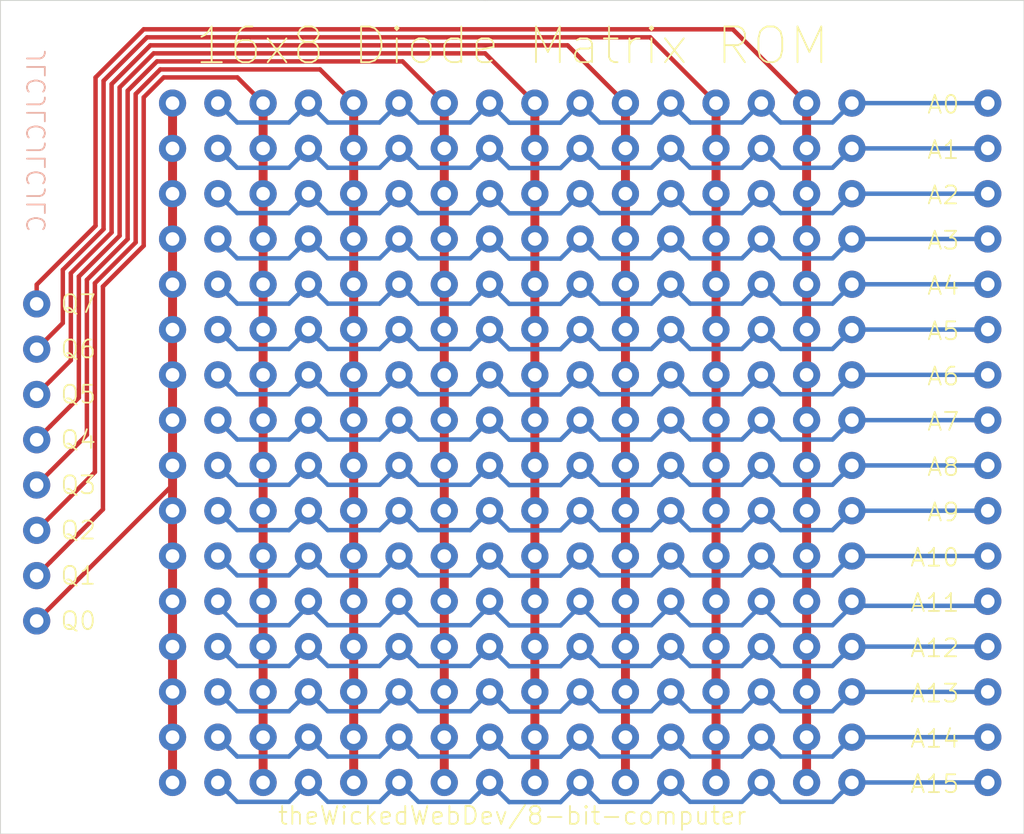
<source format=kicad_pcb>
(kicad_pcb (version 20171130) (host pcbnew "(5.1.10-1-10_14)")

  (general
    (thickness 1.6)
    (drawings 32)
    (tracks 416)
    (zones 0)
    (modules 1)
    (nets 25)
  )

  (page A4)
  (layers
    (0 F.Cu signal)
    (31 B.Cu signal)
    (32 B.Adhes user)
    (33 F.Adhes user)
    (34 B.Paste user)
    (35 F.Paste user)
    (36 B.SilkS user)
    (37 F.SilkS user)
    (38 B.Mask user)
    (39 F.Mask user)
    (40 Dwgs.User user)
    (41 Cmts.User user)
    (42 Eco1.User user)
    (43 Eco2.User user)
    (44 Edge.Cuts user)
    (45 Margin user)
    (46 B.CrtYd user)
    (47 F.CrtYd user)
    (48 B.Fab user)
    (49 F.Fab user)
  )

  (setup
    (last_trace_width 0.25)
    (user_trace_width 0.5)
    (trace_clearance 0.2)
    (zone_clearance 0.508)
    (zone_45_only no)
    (trace_min 0.2)
    (via_size 0.8)
    (via_drill 0.4)
    (via_min_size 0.4)
    (via_min_drill 0.3)
    (uvia_size 0.3)
    (uvia_drill 0.1)
    (uvias_allowed no)
    (uvia_min_size 0.2)
    (uvia_min_drill 0.1)
    (edge_width 0.05)
    (segment_width 0.2)
    (pcb_text_width 0.3)
    (pcb_text_size 1.5 1.5)
    (mod_edge_width 0.12)
    (mod_text_size 1 1)
    (mod_text_width 0.15)
    (pad_size 1.524 1.524)
    (pad_drill 0.762)
    (pad_to_mask_clearance 0)
    (aux_axis_origin 0 0)
    (visible_elements FFFFFF7F)
    (pcbplotparams
      (layerselection 0x010fc_ffffffff)
      (usegerberextensions false)
      (usegerberattributes true)
      (usegerberadvancedattributes true)
      (creategerberjobfile true)
      (excludeedgelayer true)
      (linewidth 0.100000)
      (plotframeref false)
      (viasonmask false)
      (mode 1)
      (useauxorigin false)
      (hpglpennumber 1)
      (hpglpenspeed 20)
      (hpglpendiameter 15.000000)
      (psnegative false)
      (psa4output false)
      (plotreference true)
      (plotvalue true)
      (plotinvisibletext false)
      (padsonsilk false)
      (subtractmaskfromsilk false)
      (outputformat 1)
      (mirror false)
      (drillshape 0)
      (scaleselection 1)
      (outputdirectory "GERBER"))
  )

  (net 0 "")
  (net 1 "Net-(U1-Pad24)")
  (net 2 "Net-(U1-Pad21)")
  (net 3 "Net-(U1-Pad23)")
  (net 4 "Net-(U1-Pad22)")
  (net 5 "Net-(U1-Pad19)")
  (net 6 "Net-(U1-Pad17)")
  (net 7 "Net-(U1-Pad20)")
  (net 8 "Net-(U1-Pad18)")
  (net 9 "Net-(U1-Pad16)")
  (net 10 "Net-(U1-Pad15)")
  (net 11 "Net-(U1-Pad14)")
  (net 12 "Net-(U1-Pad13)")
  (net 13 "Net-(U1-Pad12)")
  (net 14 "Net-(U1-Pad11)")
  (net 15 "Net-(U1-Pad10)")
  (net 16 "Net-(U1-Pad9)")
  (net 17 "Net-(U1-Pad8)")
  (net 18 "Net-(U1-Pad7)")
  (net 19 "Net-(U1-Pad6)")
  (net 20 "Net-(U1-Pad5)")
  (net 21 "Net-(U1-Pad4)")
  (net 22 "Net-(U1-Pad3)")
  (net 23 "Net-(U1-Pad2)")
  (net 24 "Net-(U1-Pad1)")

  (net_class Default "This is the default net class."
    (clearance 0.2)
    (trace_width 0.25)
    (via_dia 0.8)
    (via_drill 0.4)
    (uvia_dia 0.3)
    (uvia_drill 0.1)
    (add_net "Net-(U1-Pad1)")
    (add_net "Net-(U1-Pad10)")
    (add_net "Net-(U1-Pad11)")
    (add_net "Net-(U1-Pad12)")
    (add_net "Net-(U1-Pad13)")
    (add_net "Net-(U1-Pad14)")
    (add_net "Net-(U1-Pad15)")
    (add_net "Net-(U1-Pad16)")
    (add_net "Net-(U1-Pad17)")
    (add_net "Net-(U1-Pad18)")
    (add_net "Net-(U1-Pad19)")
    (add_net "Net-(U1-Pad2)")
    (add_net "Net-(U1-Pad20)")
    (add_net "Net-(U1-Pad21)")
    (add_net "Net-(U1-Pad22)")
    (add_net "Net-(U1-Pad23)")
    (add_net "Net-(U1-Pad24)")
    (add_net "Net-(U1-Pad3)")
    (add_net "Net-(U1-Pad4)")
    (add_net "Net-(U1-Pad5)")
    (add_net "Net-(U1-Pad6)")
    (add_net "Net-(U1-Pad7)")
    (add_net "Net-(U1-Pad8)")
    (add_net "Net-(U1-Pad9)")
  )

  (module 8-bit-computer:diode-array-sockets (layer F.Cu) (tedit 6170617A) (tstamp 61734CF6)
    (at 82.042 137.414)
    (path /61C2C8C3)
    (fp_text reference U1 (at 8.38 -20.05) (layer F.SilkS) hide
      (effects (font (size 1 1) (thickness 0.15)))
    )
    (fp_text value diode-matrix-8x16 (at 8.38 -21.05) (layer F.Fab) hide
      (effects (font (size 1 1) (thickness 0.15)))
    )
    (pad 20 thru_hole circle (at 30.48 21.76) (size 1.524 1.524) (drill 0.762) (layers *.Cu *.Mask)
      (net 7 "Net-(U1-Pad20)"))
    (pad 13 thru_hole circle (at 30.48 3.98) (size 1.524 1.524) (drill 0.762) (layers *.Cu *.Mask)
      (net 12 "Net-(U1-Pad13)"))
    (pad 24 thru_hole circle (at 30.48 31.92) (size 1.524 1.524) (drill 0.762) (layers *.Cu *.Mask)
      (net 1 "Net-(U1-Pad24)"))
    (pad 18 thru_hole circle (at 30.48 16.68) (size 1.524 1.524) (drill 0.762) (layers *.Cu *.Mask)
      (net 8 "Net-(U1-Pad18)"))
    (pad 12 thru_hole circle (at 30.48 1.44) (size 1.524 1.524) (drill 0.762) (layers *.Cu *.Mask)
      (net 13 "Net-(U1-Pad12)"))
    (pad 17 thru_hole circle (at 30.48 14.14) (size 1.524 1.524) (drill 0.762) (layers *.Cu *.Mask)
      (net 6 "Net-(U1-Pad17)"))
    (pad 9 thru_hole circle (at 30.48 -6.18) (size 1.524 1.524) (drill 0.762) (layers *.Cu *.Mask)
      (net 16 "Net-(U1-Pad9)"))
    (pad 23 thru_hole circle (at 30.48 29.38) (size 1.524 1.524) (drill 0.762) (layers *.Cu *.Mask)
      (net 3 "Net-(U1-Pad23)"))
    (pad 11 thru_hole circle (at 30.48 -1.1) (size 1.524 1.524) (drill 0.762) (layers *.Cu *.Mask)
      (net 14 "Net-(U1-Pad11)"))
    (pad 21 thru_hole circle (at 30.48 24.3) (size 1.524 1.524) (drill 0.762) (layers *.Cu *.Mask)
      (net 2 "Net-(U1-Pad21)"))
    (pad 15 thru_hole circle (at 30.48 9.06) (size 1.524 1.524) (drill 0.762) (layers *.Cu *.Mask)
      (net 10 "Net-(U1-Pad15)"))
    (pad 16 thru_hole circle (at 30.48 11.6) (size 1.524 1.524) (drill 0.762) (layers *.Cu *.Mask)
      (net 9 "Net-(U1-Pad16)"))
    (pad 14 thru_hole circle (at 30.48 6.52) (size 1.524 1.524) (drill 0.762) (layers *.Cu *.Mask)
      (net 11 "Net-(U1-Pad14)"))
    (pad 19 thru_hole circle (at 30.48 19.22) (size 1.524 1.524) (drill 0.762) (layers *.Cu *.Mask)
      (net 5 "Net-(U1-Pad19)"))
    (pad 22 thru_hole circle (at 30.48 26.84) (size 1.524 1.524) (drill 0.762) (layers *.Cu *.Mask)
      (net 4 "Net-(U1-Pad22)"))
    (pad 10 thru_hole circle (at 30.48 -3.64) (size 1.524 1.524) (drill 0.762) (layers *.Cu *.Mask)
      (net 15 "Net-(U1-Pad10)"))
    (pad 24 thru_hole circle (at 38.1 31.92) (size 1.524 1.524) (drill 0.762) (layers *.Cu *.Mask)
      (net 1 "Net-(U1-Pad24)"))
    (pad 21 thru_hole circle (at 38.1 24.3) (size 1.524 1.524) (drill 0.762) (layers *.Cu *.Mask)
      (net 2 "Net-(U1-Pad21)"))
    (pad 23 thru_hole circle (at 38.1 29.38) (size 1.524 1.524) (drill 0.762) (layers *.Cu *.Mask)
      (net 3 "Net-(U1-Pad23)"))
    (pad 22 thru_hole circle (at 38.1 26.84) (size 1.524 1.524) (drill 0.762) (layers *.Cu *.Mask)
      (net 4 "Net-(U1-Pad22)"))
    (pad 19 thru_hole circle (at 38.1 19.22) (size 1.524 1.524) (drill 0.762) (layers *.Cu *.Mask)
      (net 5 "Net-(U1-Pad19)"))
    (pad 17 thru_hole circle (at 38.1 14.14) (size 1.524 1.524) (drill 0.762) (layers *.Cu *.Mask)
      (net 6 "Net-(U1-Pad17)"))
    (pad 20 thru_hole circle (at 38.1 21.76) (size 1.524 1.524) (drill 0.762) (layers *.Cu *.Mask)
      (net 7 "Net-(U1-Pad20)"))
    (pad 18 thru_hole circle (at 38.1 16.68) (size 1.524 1.524) (drill 0.762) (layers *.Cu *.Mask)
      (net 8 "Net-(U1-Pad18)"))
    (pad 16 thru_hole circle (at 38.1 11.6) (size 1.524 1.524) (drill 0.762) (layers *.Cu *.Mask)
      (net 9 "Net-(U1-Pad16)"))
    (pad 15 thru_hole circle (at 38.1 9.06) (size 1.524 1.524) (drill 0.762) (layers *.Cu *.Mask)
      (net 10 "Net-(U1-Pad15)"))
    (pad 14 thru_hole circle (at 38.1 6.52) (size 1.524 1.524) (drill 0.762) (layers *.Cu *.Mask)
      (net 11 "Net-(U1-Pad14)"))
    (pad 13 thru_hole circle (at 38.1 3.98) (size 1.524 1.524) (drill 0.762) (layers *.Cu *.Mask)
      (net 12 "Net-(U1-Pad13)"))
    (pad 12 thru_hole circle (at 38.1 1.44) (size 1.524 1.524) (drill 0.762) (layers *.Cu *.Mask)
      (net 13 "Net-(U1-Pad12)"))
    (pad 11 thru_hole circle (at 38.1 -1.1) (size 1.524 1.524) (drill 0.762) (layers *.Cu *.Mask)
      (net 14 "Net-(U1-Pad11)"))
    (pad 10 thru_hole circle (at 38.1 -3.64) (size 1.524 1.524) (drill 0.762) (layers *.Cu *.Mask)
      (net 15 "Net-(U1-Pad10)"))
    (pad 9 thru_hole circle (at 38.1 -6.18) (size 1.524 1.524) (drill 0.762) (layers *.Cu *.Mask)
      (net 16 "Net-(U1-Pad9)"))
    (pad 8 thru_hole circle (at -15.24 5.08 90) (size 1.524 1.524) (drill 0.762) (layers *.Cu *.Mask)
      (net 17 "Net-(U1-Pad8)"))
    (pad 7 thru_hole circle (at -15.24 7.62 90) (size 1.524 1.524) (drill 0.762) (layers *.Cu *.Mask)
      (net 18 "Net-(U1-Pad7)"))
    (pad 6 thru_hole circle (at -15.24 10.16 90) (size 1.524 1.524) (drill 0.762) (layers *.Cu *.Mask)
      (net 19 "Net-(U1-Pad6)"))
    (pad 5 thru_hole circle (at -15.24 12.7 90) (size 1.524 1.524) (drill 0.762) (layers *.Cu *.Mask)
      (net 20 "Net-(U1-Pad5)"))
    (pad 4 thru_hole circle (at -15.24 15.24 90) (size 1.524 1.524) (drill 0.762) (layers *.Cu *.Mask)
      (net 21 "Net-(U1-Pad4)"))
    (pad 3 thru_hole circle (at -15.24 17.78 90) (size 1.524 1.524) (drill 0.762) (layers *.Cu *.Mask)
      (net 22 "Net-(U1-Pad3)"))
    (pad 2 thru_hole circle (at -15.24 20.32 90) (size 1.524 1.524) (drill 0.762) (layers *.Cu *.Mask)
      (net 23 "Net-(U1-Pad2)"))
    (pad 1 thru_hole circle (at -15.24 22.86 90) (size 1.524 1.524) (drill 0.762) (layers *.Cu *.Mask)
      (net 24 "Net-(U1-Pad1)"))
    (pad 14 thru_hole circle (at 25.4 6.52) (size 1.524 1.524) (drill 0.762) (layers *.Cu *.Mask)
      (net 11 "Net-(U1-Pad14)"))
    (pad 19 thru_hole circle (at 25.4 19.22) (size 1.524 1.524) (drill 0.762) (layers *.Cu *.Mask)
      (net 5 "Net-(U1-Pad19)"))
    (pad 22 thru_hole circle (at 25.4 26.84) (size 1.524 1.524) (drill 0.762) (layers *.Cu *.Mask)
      (net 4 "Net-(U1-Pad22)"))
    (pad 10 thru_hole circle (at 25.4 -3.64) (size 1.524 1.524) (drill 0.762) (layers *.Cu *.Mask)
      (net 15 "Net-(U1-Pad10)"))
    (pad 23 thru_hole circle (at 25.4 29.38) (size 1.524 1.524) (drill 0.762) (layers *.Cu *.Mask)
      (net 3 "Net-(U1-Pad23)"))
    (pad 11 thru_hole circle (at 25.4 -1.1) (size 1.524 1.524) (drill 0.762) (layers *.Cu *.Mask)
      (net 14 "Net-(U1-Pad11)"))
    (pad 21 thru_hole circle (at 25.4 24.3) (size 1.524 1.524) (drill 0.762) (layers *.Cu *.Mask)
      (net 2 "Net-(U1-Pad21)"))
    (pad 15 thru_hole circle (at 25.4 9.06) (size 1.524 1.524) (drill 0.762) (layers *.Cu *.Mask)
      (net 10 "Net-(U1-Pad15)"))
    (pad 16 thru_hole circle (at 25.4 11.6) (size 1.524 1.524) (drill 0.762) (layers *.Cu *.Mask)
      (net 9 "Net-(U1-Pad16)"))
    (pad 20 thru_hole circle (at 25.4 21.76) (size 1.524 1.524) (drill 0.762) (layers *.Cu *.Mask)
      (net 7 "Net-(U1-Pad20)"))
    (pad 13 thru_hole circle (at 25.4 3.98) (size 1.524 1.524) (drill 0.762) (layers *.Cu *.Mask)
      (net 12 "Net-(U1-Pad13)"))
    (pad 24 thru_hole circle (at 25.4 31.92) (size 1.524 1.524) (drill 0.762) (layers *.Cu *.Mask)
      (net 1 "Net-(U1-Pad24)"))
    (pad 18 thru_hole circle (at 25.4 16.68) (size 1.524 1.524) (drill 0.762) (layers *.Cu *.Mask)
      (net 8 "Net-(U1-Pad18)"))
    (pad 12 thru_hole circle (at 25.4 1.44) (size 1.524 1.524) (drill 0.762) (layers *.Cu *.Mask)
      (net 13 "Net-(U1-Pad12)"))
    (pad 17 thru_hole circle (at 25.4 14.14) (size 1.524 1.524) (drill 0.762) (layers *.Cu *.Mask)
      (net 6 "Net-(U1-Pad17)"))
    (pad 9 thru_hole circle (at 25.4 -6.18) (size 1.524 1.524) (drill 0.762) (layers *.Cu *.Mask)
      (net 16 "Net-(U1-Pad9)"))
    (pad 14 thru_hole circle (at 20.32 6.52) (size 1.524 1.524) (drill 0.762) (layers *.Cu *.Mask)
      (net 11 "Net-(U1-Pad14)"))
    (pad 19 thru_hole circle (at 20.32 19.22) (size 1.524 1.524) (drill 0.762) (layers *.Cu *.Mask)
      (net 5 "Net-(U1-Pad19)"))
    (pad 22 thru_hole circle (at 20.32 26.84) (size 1.524 1.524) (drill 0.762) (layers *.Cu *.Mask)
      (net 4 "Net-(U1-Pad22)"))
    (pad 10 thru_hole circle (at 20.32 -3.64) (size 1.524 1.524) (drill 0.762) (layers *.Cu *.Mask)
      (net 15 "Net-(U1-Pad10)"))
    (pad 23 thru_hole circle (at 20.32 29.38) (size 1.524 1.524) (drill 0.762) (layers *.Cu *.Mask)
      (net 3 "Net-(U1-Pad23)"))
    (pad 11 thru_hole circle (at 20.32 -1.1) (size 1.524 1.524) (drill 0.762) (layers *.Cu *.Mask)
      (net 14 "Net-(U1-Pad11)"))
    (pad 21 thru_hole circle (at 20.32 24.3) (size 1.524 1.524) (drill 0.762) (layers *.Cu *.Mask)
      (net 2 "Net-(U1-Pad21)"))
    (pad 15 thru_hole circle (at 20.32 9.06) (size 1.524 1.524) (drill 0.762) (layers *.Cu *.Mask)
      (net 10 "Net-(U1-Pad15)"))
    (pad 16 thru_hole circle (at 20.32 11.6) (size 1.524 1.524) (drill 0.762) (layers *.Cu *.Mask)
      (net 9 "Net-(U1-Pad16)"))
    (pad 20 thru_hole circle (at 20.32 21.76) (size 1.524 1.524) (drill 0.762) (layers *.Cu *.Mask)
      (net 7 "Net-(U1-Pad20)"))
    (pad 13 thru_hole circle (at 20.32 3.98) (size 1.524 1.524) (drill 0.762) (layers *.Cu *.Mask)
      (net 12 "Net-(U1-Pad13)"))
    (pad 24 thru_hole circle (at 20.32 31.92) (size 1.524 1.524) (drill 0.762) (layers *.Cu *.Mask)
      (net 1 "Net-(U1-Pad24)"))
    (pad 18 thru_hole circle (at 20.32 16.68) (size 1.524 1.524) (drill 0.762) (layers *.Cu *.Mask)
      (net 8 "Net-(U1-Pad18)"))
    (pad 12 thru_hole circle (at 20.32 1.44) (size 1.524 1.524) (drill 0.762) (layers *.Cu *.Mask)
      (net 13 "Net-(U1-Pad12)"))
    (pad 17 thru_hole circle (at 20.32 14.14) (size 1.524 1.524) (drill 0.762) (layers *.Cu *.Mask)
      (net 6 "Net-(U1-Pad17)"))
    (pad 9 thru_hole circle (at 20.32 -6.18) (size 1.524 1.524) (drill 0.762) (layers *.Cu *.Mask)
      (net 16 "Net-(U1-Pad9)"))
    (pad 14 thru_hole circle (at 15.24 6.52) (size 1.524 1.524) (drill 0.762) (layers *.Cu *.Mask)
      (net 11 "Net-(U1-Pad14)"))
    (pad 19 thru_hole circle (at 15.24 19.22) (size 1.524 1.524) (drill 0.762) (layers *.Cu *.Mask)
      (net 5 "Net-(U1-Pad19)"))
    (pad 22 thru_hole circle (at 15.24 26.84) (size 1.524 1.524) (drill 0.762) (layers *.Cu *.Mask)
      (net 4 "Net-(U1-Pad22)"))
    (pad 10 thru_hole circle (at 15.24 -3.64) (size 1.524 1.524) (drill 0.762) (layers *.Cu *.Mask)
      (net 15 "Net-(U1-Pad10)"))
    (pad 23 thru_hole circle (at 15.24 29.38) (size 1.524 1.524) (drill 0.762) (layers *.Cu *.Mask)
      (net 3 "Net-(U1-Pad23)"))
    (pad 11 thru_hole circle (at 15.24 -1.1) (size 1.524 1.524) (drill 0.762) (layers *.Cu *.Mask)
      (net 14 "Net-(U1-Pad11)"))
    (pad 21 thru_hole circle (at 15.24 24.3) (size 1.524 1.524) (drill 0.762) (layers *.Cu *.Mask)
      (net 2 "Net-(U1-Pad21)"))
    (pad 15 thru_hole circle (at 15.24 9.06) (size 1.524 1.524) (drill 0.762) (layers *.Cu *.Mask)
      (net 10 "Net-(U1-Pad15)"))
    (pad 16 thru_hole circle (at 15.24 11.6) (size 1.524 1.524) (drill 0.762) (layers *.Cu *.Mask)
      (net 9 "Net-(U1-Pad16)"))
    (pad 20 thru_hole circle (at 15.24 21.76) (size 1.524 1.524) (drill 0.762) (layers *.Cu *.Mask)
      (net 7 "Net-(U1-Pad20)"))
    (pad 13 thru_hole circle (at 15.24 3.98) (size 1.524 1.524) (drill 0.762) (layers *.Cu *.Mask)
      (net 12 "Net-(U1-Pad13)"))
    (pad 24 thru_hole circle (at 15.24 31.92) (size 1.524 1.524) (drill 0.762) (layers *.Cu *.Mask)
      (net 1 "Net-(U1-Pad24)"))
    (pad 18 thru_hole circle (at 15.24 16.68) (size 1.524 1.524) (drill 0.762) (layers *.Cu *.Mask)
      (net 8 "Net-(U1-Pad18)"))
    (pad 12 thru_hole circle (at 15.24 1.44) (size 1.524 1.524) (drill 0.762) (layers *.Cu *.Mask)
      (net 13 "Net-(U1-Pad12)"))
    (pad 17 thru_hole circle (at 15.24 14.14) (size 1.524 1.524) (drill 0.762) (layers *.Cu *.Mask)
      (net 6 "Net-(U1-Pad17)"))
    (pad 9 thru_hole circle (at 15.24 -6.18) (size 1.524 1.524) (drill 0.762) (layers *.Cu *.Mask)
      (net 16 "Net-(U1-Pad9)"))
    (pad 19 thru_hole circle (at 10.16 19.22) (size 1.524 1.524) (drill 0.762) (layers *.Cu *.Mask)
      (net 5 "Net-(U1-Pad19)"))
    (pad 22 thru_hole circle (at 10.16 26.84) (size 1.524 1.524) (drill 0.762) (layers *.Cu *.Mask)
      (net 4 "Net-(U1-Pad22)"))
    (pad 10 thru_hole circle (at 10.16 -3.64) (size 1.524 1.524) (drill 0.762) (layers *.Cu *.Mask)
      (net 15 "Net-(U1-Pad10)"))
    (pad 23 thru_hole circle (at 10.16 29.38) (size 1.524 1.524) (drill 0.762) (layers *.Cu *.Mask)
      (net 3 "Net-(U1-Pad23)"))
    (pad 11 thru_hole circle (at 10.16 -1.1) (size 1.524 1.524) (drill 0.762) (layers *.Cu *.Mask)
      (net 14 "Net-(U1-Pad11)"))
    (pad 21 thru_hole circle (at 10.16 24.3) (size 1.524 1.524) (drill 0.762) (layers *.Cu *.Mask)
      (net 2 "Net-(U1-Pad21)"))
    (pad 15 thru_hole circle (at 10.16 9.06) (size 1.524 1.524) (drill 0.762) (layers *.Cu *.Mask)
      (net 10 "Net-(U1-Pad15)"))
    (pad 16 thru_hole circle (at 10.16 11.6) (size 1.524 1.524) (drill 0.762) (layers *.Cu *.Mask)
      (net 9 "Net-(U1-Pad16)"))
    (pad 20 thru_hole circle (at 10.16 21.76) (size 1.524 1.524) (drill 0.762) (layers *.Cu *.Mask)
      (net 7 "Net-(U1-Pad20)"))
    (pad 13 thru_hole circle (at 10.16 3.98) (size 1.524 1.524) (drill 0.762) (layers *.Cu *.Mask)
      (net 12 "Net-(U1-Pad13)"))
    (pad 24 thru_hole circle (at 10.16 31.92) (size 1.524 1.524) (drill 0.762) (layers *.Cu *.Mask)
      (net 1 "Net-(U1-Pad24)"))
    (pad 18 thru_hole circle (at 10.16 16.68) (size 1.524 1.524) (drill 0.762) (layers *.Cu *.Mask)
      (net 8 "Net-(U1-Pad18)"))
    (pad 12 thru_hole circle (at 10.16 1.44) (size 1.524 1.524) (drill 0.762) (layers *.Cu *.Mask)
      (net 13 "Net-(U1-Pad12)"))
    (pad 17 thru_hole circle (at 10.16 14.14) (size 1.524 1.524) (drill 0.762) (layers *.Cu *.Mask)
      (net 6 "Net-(U1-Pad17)"))
    (pad 9 thru_hole circle (at 10.16 -6.18) (size 1.524 1.524) (drill 0.762) (layers *.Cu *.Mask)
      (net 16 "Net-(U1-Pad9)"))
    (pad 14 thru_hole circle (at 10.16 6.52) (size 1.524 1.524) (drill 0.762) (layers *.Cu *.Mask)
      (net 11 "Net-(U1-Pad14)"))
    (pad 11 thru_hole circle (at 5.08 -1.1) (size 1.524 1.524) (drill 0.762) (layers *.Cu *.Mask)
      (net 14 "Net-(U1-Pad11)"))
    (pad 18 thru_hole circle (at 5.08 16.68) (size 1.524 1.524) (drill 0.762) (layers *.Cu *.Mask)
      (net 8 "Net-(U1-Pad18)"))
    (pad 16 thru_hole circle (at 5.08 11.6) (size 1.524 1.524) (drill 0.762) (layers *.Cu *.Mask)
      (net 9 "Net-(U1-Pad16)"))
    (pad 12 thru_hole circle (at 5.08 1.44) (size 1.524 1.524) (drill 0.762) (layers *.Cu *.Mask)
      (net 13 "Net-(U1-Pad12)"))
    (pad 9 thru_hole circle (at 5.08 -6.18) (size 1.524 1.524) (drill 0.762) (layers *.Cu *.Mask)
      (net 16 "Net-(U1-Pad9)"))
    (pad 14 thru_hole circle (at 5.08 6.52) (size 1.524 1.524) (drill 0.762) (layers *.Cu *.Mask)
      (net 11 "Net-(U1-Pad14)"))
    (pad 24 thru_hole circle (at 5.08 31.92) (size 1.524 1.524) (drill 0.762) (layers *.Cu *.Mask)
      (net 1 "Net-(U1-Pad24)"))
    (pad 13 thru_hole circle (at 5.08 3.98) (size 1.524 1.524) (drill 0.762) (layers *.Cu *.Mask)
      (net 12 "Net-(U1-Pad13)"))
    (pad 22 thru_hole circle (at 5.08 26.84) (size 1.524 1.524) (drill 0.762) (layers *.Cu *.Mask)
      (net 4 "Net-(U1-Pad22)"))
    (pad 15 thru_hole circle (at 5.08 9.06) (size 1.524 1.524) (drill 0.762) (layers *.Cu *.Mask)
      (net 10 "Net-(U1-Pad15)"))
    (pad 17 thru_hole circle (at 5.08 14.14) (size 1.524 1.524) (drill 0.762) (layers *.Cu *.Mask)
      (net 6 "Net-(U1-Pad17)"))
    (pad 10 thru_hole circle (at 5.08 -3.64) (size 1.524 1.524) (drill 0.762) (layers *.Cu *.Mask)
      (net 15 "Net-(U1-Pad10)"))
    (pad 20 thru_hole circle (at 5.08 21.76) (size 1.524 1.524) (drill 0.762) (layers *.Cu *.Mask)
      (net 7 "Net-(U1-Pad20)"))
    (pad 23 thru_hole circle (at 5.08 29.38) (size 1.524 1.524) (drill 0.762) (layers *.Cu *.Mask)
      (net 3 "Net-(U1-Pad23)"))
    (pad 21 thru_hole circle (at 5.08 24.3) (size 1.524 1.524) (drill 0.762) (layers *.Cu *.Mask)
      (net 2 "Net-(U1-Pad21)"))
    (pad 19 thru_hole circle (at 5.08 19.22) (size 1.524 1.524) (drill 0.762) (layers *.Cu *.Mask)
      (net 5 "Net-(U1-Pad19)"))
    (pad 16 thru_hole circle (at 0 11.6) (size 1.524 1.524) (drill 0.762) (layers *.Cu *.Mask)
      (net 9 "Net-(U1-Pad16)"))
    (pad 13 thru_hole circle (at 0 3.98) (size 1.524 1.524) (drill 0.762) (layers *.Cu *.Mask)
      (net 12 "Net-(U1-Pad13)"))
    (pad 15 thru_hole circle (at 0 9.06) (size 1.524 1.524) (drill 0.762) (layers *.Cu *.Mask)
      (net 10 "Net-(U1-Pad15)"))
    (pad 14 thru_hole circle (at 0 6.52) (size 1.524 1.524) (drill 0.762) (layers *.Cu *.Mask)
      (net 11 "Net-(U1-Pad14)"))
    (pad 11 thru_hole circle (at 0 -1.1) (size 1.524 1.524) (drill 0.762) (layers *.Cu *.Mask)
      (net 14 "Net-(U1-Pad11)"))
    (pad 9 thru_hole circle (at 0 -6.18) (size 1.524 1.524) (drill 0.762) (layers *.Cu *.Mask)
      (net 16 "Net-(U1-Pad9)"))
    (pad 12 thru_hole circle (at 0 1.44) (size 1.524 1.524) (drill 0.762) (layers *.Cu *.Mask)
      (net 13 "Net-(U1-Pad12)"))
    (pad 18 thru_hole circle (at 0 16.68) (size 1.524 1.524) (drill 0.762) (layers *.Cu *.Mask)
      (net 8 "Net-(U1-Pad18)"))
    (pad 10 thru_hole circle (at 0 -3.64) (size 1.524 1.524) (drill 0.762) (layers *.Cu *.Mask)
      (net 15 "Net-(U1-Pad10)"))
    (pad 24 thru_hole circle (at 0 31.92) (size 1.524 1.524) (drill 0.762) (layers *.Cu *.Mask)
      (net 1 "Net-(U1-Pad24)"))
    (pad 21 thru_hole circle (at 0 24.3) (size 1.524 1.524) (drill 0.762) (layers *.Cu *.Mask)
      (net 2 "Net-(U1-Pad21)"))
    (pad 23 thru_hole circle (at 0 29.38) (size 1.524 1.524) (drill 0.762) (layers *.Cu *.Mask)
      (net 3 "Net-(U1-Pad23)"))
    (pad 22 thru_hole circle (at 0 26.84) (size 1.524 1.524) (drill 0.762) (layers *.Cu *.Mask)
      (net 4 "Net-(U1-Pad22)"))
    (pad 19 thru_hole circle (at 0 19.22) (size 1.524 1.524) (drill 0.762) (layers *.Cu *.Mask)
      (net 5 "Net-(U1-Pad19)"))
    (pad 17 thru_hole circle (at 0 14.14) (size 1.524 1.524) (drill 0.762) (layers *.Cu *.Mask)
      (net 6 "Net-(U1-Pad17)"))
    (pad 20 thru_hole circle (at 0 21.76) (size 1.524 1.524) (drill 0.762) (layers *.Cu *.Mask)
      (net 7 "Net-(U1-Pad20)"))
    (pad 4 thru_hole circle (at 7.62 19.22) (size 1.524 1.524) (drill 0.762) (layers *.Cu *.Mask)
      (net 21 "Net-(U1-Pad4)"))
    (pad 1 thru_hole circle (at -7.62 19.22) (size 1.524 1.524) (drill 0.762) (layers *.Cu *.Mask)
      (net 24 "Net-(U1-Pad1)"))
    (pad 2 thru_hole circle (at -2.54 16.68) (size 1.524 1.524) (drill 0.762) (layers *.Cu *.Mask)
      (net 23 "Net-(U1-Pad2)"))
    (pad 3 thru_hole circle (at 2.54 31.92) (size 1.524 1.524) (drill 0.762) (layers *.Cu *.Mask)
      (net 22 "Net-(U1-Pad3)"))
    (pad 5 thru_hole circle (at 12.7 31.92) (size 1.524 1.524) (drill 0.762) (layers *.Cu *.Mask)
      (net 20 "Net-(U1-Pad5)"))
    (pad 6 thru_hole circle (at 17.78 31.92) (size 1.524 1.524) (drill 0.762) (layers *.Cu *.Mask)
      (net 19 "Net-(U1-Pad6)"))
    (pad 8 thru_hole circle (at 27.94 31.92) (size 1.524 1.524) (drill 0.762) (layers *.Cu *.Mask)
      (net 17 "Net-(U1-Pad8)"))
    (pad 4 thru_hole circle (at 7.62 31.92) (size 1.524 1.524) (drill 0.762) (layers *.Cu *.Mask)
      (net 21 "Net-(U1-Pad4)"))
    (pad 7 thru_hole circle (at 22.86 31.92) (size 1.524 1.524) (drill 0.762) (layers *.Cu *.Mask)
      (net 18 "Net-(U1-Pad7)"))
    (pad 1 thru_hole circle (at -7.62 31.92) (size 1.524 1.524) (drill 0.762) (layers *.Cu *.Mask)
      (net 24 "Net-(U1-Pad1)"))
    (pad 24 thru_hole circle (at -5.08 31.92) (size 1.524 1.524) (drill 0.762) (layers *.Cu *.Mask)
      (net 1 "Net-(U1-Pad24)"))
    (pad 1 thru_hole circle (at -7.62 24.3) (size 1.524 1.524) (drill 0.762) (layers *.Cu *.Mask)
      (net 24 "Net-(U1-Pad1)"))
    (pad 8 thru_hole circle (at 27.94 26.84) (size 1.524 1.524) (drill 0.762) (layers *.Cu *.Mask)
      (net 17 "Net-(U1-Pad8)"))
    (pad 3 thru_hole circle (at 2.54 26.84) (size 1.524 1.524) (drill 0.762) (layers *.Cu *.Mask)
      (net 22 "Net-(U1-Pad3)"))
    (pad 5 thru_hole circle (at 12.7 26.84) (size 1.524 1.524) (drill 0.762) (layers *.Cu *.Mask)
      (net 20 "Net-(U1-Pad5)"))
    (pad 21 thru_hole circle (at -5.08 24.3) (size 1.524 1.524) (drill 0.762) (layers *.Cu *.Mask)
      (net 2 "Net-(U1-Pad21)"))
    (pad 2 thru_hole circle (at -2.54 29.38) (size 1.524 1.524) (drill 0.762) (layers *.Cu *.Mask)
      (net 23 "Net-(U1-Pad2)"))
    (pad 4 thru_hole circle (at 7.62 29.38) (size 1.524 1.524) (drill 0.762) (layers *.Cu *.Mask)
      (net 21 "Net-(U1-Pad4)"))
    (pad 1 thru_hole circle (at -7.62 29.38) (size 1.524 1.524) (drill 0.762) (layers *.Cu *.Mask)
      (net 24 "Net-(U1-Pad1)"))
    (pad 23 thru_hole circle (at -5.08 29.38) (size 1.524 1.524) (drill 0.762) (layers *.Cu *.Mask)
      (net 3 "Net-(U1-Pad23)"))
    (pad 6 thru_hole circle (at 17.78 26.84) (size 1.524 1.524) (drill 0.762) (layers *.Cu *.Mask)
      (net 19 "Net-(U1-Pad6)"))
    (pad 2 thru_hole circle (at -2.54 26.84) (size 1.524 1.524) (drill 0.762) (layers *.Cu *.Mask)
      (net 23 "Net-(U1-Pad2)"))
    (pad 4 thru_hole circle (at 7.62 26.84) (size 1.524 1.524) (drill 0.762) (layers *.Cu *.Mask)
      (net 21 "Net-(U1-Pad4)"))
    (pad 8 thru_hole circle (at 27.94 24.3) (size 1.524 1.524) (drill 0.762) (layers *.Cu *.Mask)
      (net 17 "Net-(U1-Pad8)"))
    (pad 3 thru_hole circle (at 2.54 24.3) (size 1.524 1.524) (drill 0.762) (layers *.Cu *.Mask)
      (net 22 "Net-(U1-Pad3)"))
    (pad 5 thru_hole circle (at 12.7 24.3) (size 1.524 1.524) (drill 0.762) (layers *.Cu *.Mask)
      (net 20 "Net-(U1-Pad5)"))
    (pad 6 thru_hole circle (at 17.78 24.3) (size 1.524 1.524) (drill 0.762) (layers *.Cu *.Mask)
      (net 19 "Net-(U1-Pad6)"))
    (pad 2 thru_hole circle (at -2.54 24.3) (size 1.524 1.524) (drill 0.762) (layers *.Cu *.Mask)
      (net 23 "Net-(U1-Pad2)"))
    (pad 3 thru_hole circle (at 2.54 29.38) (size 1.524 1.524) (drill 0.762) (layers *.Cu *.Mask)
      (net 22 "Net-(U1-Pad3)"))
    (pad 5 thru_hole circle (at 12.7 29.38) (size 1.524 1.524) (drill 0.762) (layers *.Cu *.Mask)
      (net 20 "Net-(U1-Pad5)"))
    (pad 6 thru_hole circle (at 17.78 29.38) (size 1.524 1.524) (drill 0.762) (layers *.Cu *.Mask)
      (net 19 "Net-(U1-Pad6)"))
    (pad 4 thru_hole circle (at 7.62 24.3) (size 1.524 1.524) (drill 0.762) (layers *.Cu *.Mask)
      (net 21 "Net-(U1-Pad4)"))
    (pad 8 thru_hole circle (at 27.94 29.38) (size 1.524 1.524) (drill 0.762) (layers *.Cu *.Mask)
      (net 17 "Net-(U1-Pad8)"))
    (pad 1 thru_hole circle (at -7.62 26.84) (size 1.524 1.524) (drill 0.762) (layers *.Cu *.Mask)
      (net 24 "Net-(U1-Pad1)"))
    (pad 22 thru_hole circle (at -5.08 26.84) (size 1.524 1.524) (drill 0.762) (layers *.Cu *.Mask)
      (net 4 "Net-(U1-Pad22)"))
    (pad 7 thru_hole circle (at 22.86 24.3) (size 1.524 1.524) (drill 0.762) (layers *.Cu *.Mask)
      (net 18 "Net-(U1-Pad7)"))
    (pad 4 thru_hole circle (at 7.62 14.14) (size 1.524 1.524) (drill 0.762) (layers *.Cu *.Mask)
      (net 21 "Net-(U1-Pad4)"))
    (pad 3 thru_hole circle (at 2.54 14.14) (size 1.524 1.524) (drill 0.762) (layers *.Cu *.Mask)
      (net 22 "Net-(U1-Pad3)"))
    (pad 7 thru_hole circle (at 22.86 29.38) (size 1.524 1.524) (drill 0.762) (layers *.Cu *.Mask)
      (net 18 "Net-(U1-Pad7)"))
    (pad 5 thru_hole circle (at 12.7 16.68) (size 1.524 1.524) (drill 0.762) (layers *.Cu *.Mask)
      (net 20 "Net-(U1-Pad5)"))
    (pad 5 thru_hole circle (at 12.7 14.14) (size 1.524 1.524) (drill 0.762) (layers *.Cu *.Mask)
      (net 20 "Net-(U1-Pad5)"))
    (pad 19 thru_hole circle (at -5.08 19.22) (size 1.524 1.524) (drill 0.762) (layers *.Cu *.Mask)
      (net 5 "Net-(U1-Pad19)"))
    (pad 2 thru_hole circle (at -2.54 14.14) (size 1.524 1.524) (drill 0.762) (layers *.Cu *.Mask)
      (net 23 "Net-(U1-Pad2)"))
    (pad 5 thru_hole circle (at 12.7 19.22) (size 1.524 1.524) (drill 0.762) (layers *.Cu *.Mask)
      (net 20 "Net-(U1-Pad5)"))
    (pad 6 thru_hole circle (at 17.78 19.22) (size 1.524 1.524) (drill 0.762) (layers *.Cu *.Mask)
      (net 19 "Net-(U1-Pad6)"))
    (pad 7 thru_hole circle (at 22.86 19.22) (size 1.524 1.524) (drill 0.762) (layers *.Cu *.Mask)
      (net 18 "Net-(U1-Pad7)"))
    (pad 17 thru_hole circle (at -5.08 14.14) (size 1.524 1.524) (drill 0.762) (layers *.Cu *.Mask)
      (net 6 "Net-(U1-Pad17)"))
    (pad 8 thru_hole circle (at 27.94 19.22) (size 1.524 1.524) (drill 0.762) (layers *.Cu *.Mask)
      (net 17 "Net-(U1-Pad8)"))
    (pad 1 thru_hole circle (at -7.62 14.14) (size 1.524 1.524) (drill 0.762) (layers *.Cu *.Mask)
      (net 24 "Net-(U1-Pad1)"))
    (pad 4 thru_hole circle (at 7.62 21.76) (size 1.524 1.524) (drill 0.762) (layers *.Cu *.Mask)
      (net 21 "Net-(U1-Pad4)"))
    (pad 1 thru_hole circle (at -7.62 21.76) (size 1.524 1.524) (drill 0.762) (layers *.Cu *.Mask)
      (net 24 "Net-(U1-Pad1)"))
    (pad 20 thru_hole circle (at -5.08 21.76) (size 1.524 1.524) (drill 0.762) (layers *.Cu *.Mask)
      (net 7 "Net-(U1-Pad20)"))
    (pad 5 thru_hole circle (at 12.7 21.76) (size 1.524 1.524) (drill 0.762) (layers *.Cu *.Mask)
      (net 20 "Net-(U1-Pad5)"))
    (pad 6 thru_hole circle (at 17.78 21.76) (size 1.524 1.524) (drill 0.762) (layers *.Cu *.Mask)
      (net 19 "Net-(U1-Pad6)"))
    (pad 7 thru_hole circle (at 22.86 21.76) (size 1.524 1.524) (drill 0.762) (layers *.Cu *.Mask)
      (net 18 "Net-(U1-Pad7)"))
    (pad 8 thru_hole circle (at 27.94 21.76) (size 1.524 1.524) (drill 0.762) (layers *.Cu *.Mask)
      (net 17 "Net-(U1-Pad8)"))
    (pad 3 thru_hole circle (at 2.54 21.76) (size 1.524 1.524) (drill 0.762) (layers *.Cu *.Mask)
      (net 22 "Net-(U1-Pad3)"))
    (pad 7 thru_hole circle (at 22.86 14.14) (size 1.524 1.524) (drill 0.762) (layers *.Cu *.Mask)
      (net 18 "Net-(U1-Pad7)"))
    (pad 2 thru_hole circle (at -2.54 31.92) (size 1.524 1.524) (drill 0.762) (layers *.Cu *.Mask)
      (net 23 "Net-(U1-Pad2)"))
    (pad 3 thru_hole circle (at 2.54 19.22) (size 1.524 1.524) (drill 0.762) (layers *.Cu *.Mask)
      (net 22 "Net-(U1-Pad3)"))
    (pad 8 thru_hole circle (at 27.94 14.14) (size 1.524 1.524) (drill 0.762) (layers *.Cu *.Mask)
      (net 17 "Net-(U1-Pad8)"))
    (pad 2 thru_hole circle (at -2.54 19.22) (size 1.524 1.524) (drill 0.762) (layers *.Cu *.Mask)
      (net 23 "Net-(U1-Pad2)"))
    (pad 7 thru_hole circle (at 22.86 16.68) (size 1.524 1.524) (drill 0.762) (layers *.Cu *.Mask)
      (net 18 "Net-(U1-Pad7)"))
    (pad 6 thru_hole circle (at 17.78 16.68) (size 1.524 1.524) (drill 0.762) (layers *.Cu *.Mask)
      (net 19 "Net-(U1-Pad6)"))
    (pad 8 thru_hole circle (at 27.94 16.68) (size 1.524 1.524) (drill 0.762) (layers *.Cu *.Mask)
      (net 17 "Net-(U1-Pad8)"))
    (pad 3 thru_hole circle (at 2.54 16.68) (size 1.524 1.524) (drill 0.762) (layers *.Cu *.Mask)
      (net 22 "Net-(U1-Pad3)"))
    (pad 18 thru_hole circle (at -5.08 16.68) (size 1.524 1.524) (drill 0.762) (layers *.Cu *.Mask)
      (net 8 "Net-(U1-Pad18)"))
    (pad 1 thru_hole circle (at -7.62 16.68) (size 1.524 1.524) (drill 0.762) (layers *.Cu *.Mask)
      (net 24 "Net-(U1-Pad1)"))
    (pad 4 thru_hole circle (at 7.62 16.68) (size 1.524 1.524) (drill 0.762) (layers *.Cu *.Mask)
      (net 21 "Net-(U1-Pad4)"))
    (pad 6 thru_hole circle (at 17.78 14.14) (size 1.524 1.524) (drill 0.762) (layers *.Cu *.Mask)
      (net 19 "Net-(U1-Pad6)"))
    (pad 7 thru_hole circle (at 22.86 26.84) (size 1.524 1.524) (drill 0.762) (layers *.Cu *.Mask)
      (net 18 "Net-(U1-Pad7)"))
    (pad 2 thru_hole circle (at -2.54 21.76) (size 1.524 1.524) (drill 0.762) (layers *.Cu *.Mask)
      (net 23 "Net-(U1-Pad2)"))
    (pad 2 thru_hole circle (at -2.54 11.6) (size 1.524 1.524) (drill 0.762) (layers *.Cu *.Mask)
      (net 23 "Net-(U1-Pad2)"))
    (pad 4 thru_hole circle (at 7.62 11.6) (size 1.524 1.524) (drill 0.762) (layers *.Cu *.Mask)
      (net 21 "Net-(U1-Pad4)"))
    (pad 1 thru_hole circle (at -7.62 11.6) (size 1.524 1.524) (drill 0.762) (layers *.Cu *.Mask)
      (net 24 "Net-(U1-Pad1)"))
    (pad 16 thru_hole circle (at -5.08 11.6) (size 1.524 1.524) (drill 0.762) (layers *.Cu *.Mask)
      (net 9 "Net-(U1-Pad16)"))
    (pad 3 thru_hole circle (at 2.54 11.6) (size 1.524 1.524) (drill 0.762) (layers *.Cu *.Mask)
      (net 22 "Net-(U1-Pad3)"))
    (pad 5 thru_hole circle (at 12.7 11.6) (size 1.524 1.524) (drill 0.762) (layers *.Cu *.Mask)
      (net 20 "Net-(U1-Pad5)"))
    (pad 6 thru_hole circle (at 17.78 11.6) (size 1.524 1.524) (drill 0.762) (layers *.Cu *.Mask)
      (net 19 "Net-(U1-Pad6)"))
    (pad 8 thru_hole circle (at 27.94 11.6) (size 1.524 1.524) (drill 0.762) (layers *.Cu *.Mask)
      (net 17 "Net-(U1-Pad8)"))
    (pad 7 thru_hole circle (at 22.86 11.6) (size 1.524 1.524) (drill 0.762) (layers *.Cu *.Mask)
      (net 18 "Net-(U1-Pad7)"))
    (pad 8 thru_hole circle (at 27.94 9.06) (size 1.524 1.524) (drill 0.762) (layers *.Cu *.Mask)
      (net 17 "Net-(U1-Pad8)"))
    (pad 3 thru_hole circle (at 2.54 9.06) (size 1.524 1.524) (drill 0.762) (layers *.Cu *.Mask)
      (net 22 "Net-(U1-Pad3)"))
    (pad 5 thru_hole circle (at 12.7 9.06) (size 1.524 1.524) (drill 0.762) (layers *.Cu *.Mask)
      (net 20 "Net-(U1-Pad5)"))
    (pad 6 thru_hole circle (at 17.78 9.06) (size 1.524 1.524) (drill 0.762) (layers *.Cu *.Mask)
      (net 19 "Net-(U1-Pad6)"))
    (pad 2 thru_hole circle (at -2.54 9.06) (size 1.524 1.524) (drill 0.762) (layers *.Cu *.Mask)
      (net 23 "Net-(U1-Pad2)"))
    (pad 4 thru_hole circle (at 7.62 9.06) (size 1.524 1.524) (drill 0.762) (layers *.Cu *.Mask)
      (net 21 "Net-(U1-Pad4)"))
    (pad 1 thru_hole circle (at -7.62 9.06) (size 1.524 1.524) (drill 0.762) (layers *.Cu *.Mask)
      (net 24 "Net-(U1-Pad1)"))
    (pad 15 thru_hole circle (at -5.08 9.06) (size 1.524 1.524) (drill 0.762) (layers *.Cu *.Mask)
      (net 10 "Net-(U1-Pad15)"))
    (pad 7 thru_hole circle (at 22.86 9.06) (size 1.524 1.524) (drill 0.762) (layers *.Cu *.Mask)
      (net 18 "Net-(U1-Pad7)"))
    (pad 1 thru_hole circle (at -7.62 6.52) (size 1.524 1.524) (drill 0.762) (layers *.Cu *.Mask)
      (net 24 "Net-(U1-Pad1)"))
    (pad 14 thru_hole circle (at -5.08 6.52) (size 1.524 1.524) (drill 0.762) (layers *.Cu *.Mask)
      (net 11 "Net-(U1-Pad14)"))
    (pad 8 thru_hole circle (at 27.94 6.52) (size 1.524 1.524) (drill 0.762) (layers *.Cu *.Mask)
      (net 17 "Net-(U1-Pad8)"))
    (pad 3 thru_hole circle (at 2.54 6.52) (size 1.524 1.524) (drill 0.762) (layers *.Cu *.Mask)
      (net 22 "Net-(U1-Pad3)"))
    (pad 5 thru_hole circle (at 12.7 6.52) (size 1.524 1.524) (drill 0.762) (layers *.Cu *.Mask)
      (net 20 "Net-(U1-Pad5)"))
    (pad 6 thru_hole circle (at 17.78 6.52) (size 1.524 1.524) (drill 0.762) (layers *.Cu *.Mask)
      (net 19 "Net-(U1-Pad6)"))
    (pad 2 thru_hole circle (at -2.54 6.52) (size 1.524 1.524) (drill 0.762) (layers *.Cu *.Mask)
      (net 23 "Net-(U1-Pad2)"))
    (pad 4 thru_hole circle (at 7.62 6.52) (size 1.524 1.524) (drill 0.762) (layers *.Cu *.Mask)
      (net 21 "Net-(U1-Pad4)"))
    (pad 7 thru_hole circle (at 22.86 6.52) (size 1.524 1.524) (drill 0.762) (layers *.Cu *.Mask)
      (net 18 "Net-(U1-Pad7)"))
    (pad 4 thru_hole circle (at 7.62 3.98) (size 1.524 1.524) (drill 0.762) (layers *.Cu *.Mask)
      (net 21 "Net-(U1-Pad4)"))
    (pad 1 thru_hole circle (at -7.62 3.98) (size 1.524 1.524) (drill 0.762) (layers *.Cu *.Mask)
      (net 24 "Net-(U1-Pad1)"))
    (pad 13 thru_hole circle (at -5.08 3.98) (size 1.524 1.524) (drill 0.762) (layers *.Cu *.Mask)
      (net 12 "Net-(U1-Pad13)"))
    (pad 5 thru_hole circle (at 12.7 3.98) (size 1.524 1.524) (drill 0.762) (layers *.Cu *.Mask)
      (net 20 "Net-(U1-Pad5)"))
    (pad 6 thru_hole circle (at 17.78 3.98) (size 1.524 1.524) (drill 0.762) (layers *.Cu *.Mask)
      (net 19 "Net-(U1-Pad6)"))
    (pad 7 thru_hole circle (at 22.86 3.98) (size 1.524 1.524) (drill 0.762) (layers *.Cu *.Mask)
      (net 18 "Net-(U1-Pad7)"))
    (pad 8 thru_hole circle (at 27.94 3.98) (size 1.524 1.524) (drill 0.762) (layers *.Cu *.Mask)
      (net 17 "Net-(U1-Pad8)"))
    (pad 3 thru_hole circle (at 2.54 3.98) (size 1.524 1.524) (drill 0.762) (layers *.Cu *.Mask)
      (net 22 "Net-(U1-Pad3)"))
    (pad 2 thru_hole circle (at -2.54 3.98) (size 1.524 1.524) (drill 0.762) (layers *.Cu *.Mask)
      (net 23 "Net-(U1-Pad2)"))
    (pad 4 thru_hole circle (at 7.62 1.44) (size 1.524 1.524) (drill 0.762) (layers *.Cu *.Mask)
      (net 21 "Net-(U1-Pad4)"))
    (pad 1 thru_hole circle (at -7.62 1.44) (size 1.524 1.524) (drill 0.762) (layers *.Cu *.Mask)
      (net 24 "Net-(U1-Pad1)"))
    (pad 12 thru_hole circle (at -5.08 1.44) (size 1.524 1.524) (drill 0.762) (layers *.Cu *.Mask)
      (net 13 "Net-(U1-Pad12)"))
    (pad 5 thru_hole circle (at 12.7 1.44) (size 1.524 1.524) (drill 0.762) (layers *.Cu *.Mask)
      (net 20 "Net-(U1-Pad5)"))
    (pad 6 thru_hole circle (at 17.78 1.44) (size 1.524 1.524) (drill 0.762) (layers *.Cu *.Mask)
      (net 19 "Net-(U1-Pad6)"))
    (pad 7 thru_hole circle (at 22.86 1.44) (size 1.524 1.524) (drill 0.762) (layers *.Cu *.Mask)
      (net 18 "Net-(U1-Pad7)"))
    (pad 8 thru_hole circle (at 27.94 1.44) (size 1.524 1.524) (drill 0.762) (layers *.Cu *.Mask)
      (net 17 "Net-(U1-Pad8)"))
    (pad 3 thru_hole circle (at 2.54 1.44) (size 1.524 1.524) (drill 0.762) (layers *.Cu *.Mask)
      (net 22 "Net-(U1-Pad3)"))
    (pad 2 thru_hole circle (at -2.54 1.44) (size 1.524 1.524) (drill 0.762) (layers *.Cu *.Mask)
      (net 23 "Net-(U1-Pad2)"))
    (pad 2 thru_hole circle (at -2.54 -1.1) (size 1.524 1.524) (drill 0.762) (layers *.Cu *.Mask)
      (net 23 "Net-(U1-Pad2)"))
    (pad 5 thru_hole circle (at 12.7 -1.1) (size 1.524 1.524) (drill 0.762) (layers *.Cu *.Mask)
      (net 20 "Net-(U1-Pad5)"))
    (pad 7 thru_hole circle (at 22.86 -1.1) (size 1.524 1.524) (drill 0.762) (layers *.Cu *.Mask)
      (net 18 "Net-(U1-Pad7)"))
    (pad 6 thru_hole circle (at 17.78 -1.1) (size 1.524 1.524) (drill 0.762) (layers *.Cu *.Mask)
      (net 19 "Net-(U1-Pad6)"))
    (pad 8 thru_hole circle (at 27.94 -1.1) (size 1.524 1.524) (drill 0.762) (layers *.Cu *.Mask)
      (net 17 "Net-(U1-Pad8)"))
    (pad 3 thru_hole circle (at 2.54 -1.1) (size 1.524 1.524) (drill 0.762) (layers *.Cu *.Mask)
      (net 22 "Net-(U1-Pad3)"))
    (pad 11 thru_hole circle (at -5.08 -1.1) (size 1.524 1.524) (drill 0.762) (layers *.Cu *.Mask)
      (net 14 "Net-(U1-Pad11)"))
    (pad 1 thru_hole circle (at -7.62 -1.1) (size 1.524 1.524) (drill 0.762) (layers *.Cu *.Mask)
      (net 24 "Net-(U1-Pad1)"))
    (pad 4 thru_hole circle (at 7.62 -1.1) (size 1.524 1.524) (drill 0.762) (layers *.Cu *.Mask)
      (net 21 "Net-(U1-Pad4)"))
    (pad 4 thru_hole circle (at 7.62 -3.64) (size 1.524 1.524) (drill 0.762) (layers *.Cu *.Mask)
      (net 21 "Net-(U1-Pad4)"))
    (pad 3 thru_hole circle (at 2.54 -3.64) (size 1.524 1.524) (drill 0.762) (layers *.Cu *.Mask)
      (net 22 "Net-(U1-Pad3)"))
    (pad 5 thru_hole circle (at 12.7 -3.64) (size 1.524 1.524) (drill 0.762) (layers *.Cu *.Mask)
      (net 20 "Net-(U1-Pad5)"))
    (pad 2 thru_hole circle (at -2.54 -3.64) (size 1.524 1.524) (drill 0.762) (layers *.Cu *.Mask)
      (net 23 "Net-(U1-Pad2)"))
    (pad 10 thru_hole circle (at -5.08 -3.64) (size 1.524 1.524) (drill 0.762) (layers *.Cu *.Mask)
      (net 15 "Net-(U1-Pad10)"))
    (pad 1 thru_hole circle (at -7.62 -3.64) (size 1.524 1.524) (drill 0.762) (layers *.Cu *.Mask)
      (net 24 "Net-(U1-Pad1)"))
    (pad 7 thru_hole circle (at 22.86 -3.64) (size 1.524 1.524) (drill 0.762) (layers *.Cu *.Mask)
      (net 18 "Net-(U1-Pad7)"))
    (pad 8 thru_hole circle (at 27.94 -3.64) (size 1.524 1.524) (drill 0.762) (layers *.Cu *.Mask)
      (net 17 "Net-(U1-Pad8)"))
    (pad 6 thru_hole circle (at 17.78 -3.64) (size 1.524 1.524) (drill 0.762) (layers *.Cu *.Mask)
      (net 19 "Net-(U1-Pad6)"))
    (pad 8 thru_hole circle (at 27.94 -6.18) (size 1.524 1.524) (drill 0.762) (layers *.Cu *.Mask)
      (net 17 "Net-(U1-Pad8)"))
    (pad 7 thru_hole circle (at 22.86 -6.18) (size 1.524 1.524) (drill 0.762) (layers *.Cu *.Mask)
      (net 18 "Net-(U1-Pad7)"))
    (pad 6 thru_hole circle (at 17.78 -6.18) (size 1.524 1.524) (drill 0.762) (layers *.Cu *.Mask)
      (net 19 "Net-(U1-Pad6)"))
    (pad 5 thru_hole circle (at 12.7 -6.18) (size 1.524 1.524) (drill 0.762) (layers *.Cu *.Mask)
      (net 20 "Net-(U1-Pad5)"))
    (pad 4 thru_hole circle (at 7.62 -6.18) (size 1.524 1.524) (drill 0.762) (layers *.Cu *.Mask)
      (net 21 "Net-(U1-Pad4)"))
    (pad 3 thru_hole circle (at 2.54 -6.18) (size 1.524 1.524) (drill 0.762) (layers *.Cu *.Mask)
      (net 22 "Net-(U1-Pad3)"))
    (pad 2 thru_hole circle (at -2.54 -6.18) (size 1.524 1.524) (drill 0.762) (layers *.Cu *.Mask)
      (net 23 "Net-(U1-Pad2)"))
    (pad 9 thru_hole circle (at -5.08 -6.18) (size 1.524 1.524) (drill 0.762) (layers *.Cu *.Mask)
      (net 16 "Net-(U1-Pad9)"))
    (pad 1 thru_hole circle (at -7.62 -6.18) (size 1.524 1.524) (drill 0.762) (layers *.Cu *.Mask)
      (net 24 "Net-(U1-Pad1)"))
  )

  (gr_text JLCJLCJLCJLC (at 66.802 133.35 90) (layer B.SilkS)
    (effects (font (size 1 1) (thickness 0.1)) (justify mirror))
  )
  (gr_text theWickedWebDev/8-bit-computer (at 93.472 171.196) (layer F.SilkS) (tstamp 617358B6)
    (effects (font (size 1 1) (thickness 0.1)))
  )
  (gr_line (start 64.77 125.476) (end 91.948 125.476) (layer Edge.Cuts) (width 0.05) (tstamp 6173520F))
  (gr_line (start 64.77 172.212) (end 64.77 125.476) (layer Edge.Cuts) (width 0.05))
  (gr_line (start 122.174 172.212) (end 64.77 172.212) (layer Edge.Cuts) (width 0.05))
  (gr_line (start 122.174 125.476) (end 122.174 172.212) (layer Edge.Cuts) (width 0.05))
  (gr_line (start 91.948 125.476) (end 122.174 125.476) (layer Edge.Cuts) (width 0.05))
  (gr_text "16x8 Diode Matrix ROM" (at 93.472 128.016) (layer F.SilkS) (tstamp 61733537)
    (effects (font (size 2 2) (thickness 0.1)))
  )
  (gr_text Q0 (at 68.072 160.274) (layer F.SilkS) (tstamp 61733103)
    (effects (font (size 1 1) (thickness 0.1)) (justify left))
  )
  (gr_text Q7 (at 68.072 142.494) (layer F.SilkS) (tstamp 617330F2)
    (effects (font (size 1 1) (thickness 0.1)) (justify left))
  )
  (gr_text Q6 (at 68.072 145.034) (layer F.SilkS) (tstamp 617330EF)
    (effects (font (size 1 1) (thickness 0.1)) (justify left))
  )
  (gr_text Q5 (at 68.072 147.574) (layer F.SilkS) (tstamp 617330EB)
    (effects (font (size 1 1) (thickness 0.1)) (justify left))
  )
  (gr_text Q4 (at 68.072 150.114) (layer F.SilkS) (tstamp 617330E8)
    (effects (font (size 1 1) (thickness 0.1)) (justify left))
  )
  (gr_text Q3 (at 68.072 152.654) (layer F.SilkS) (tstamp 617330E5)
    (effects (font (size 1 1) (thickness 0.1)) (justify left))
  )
  (gr_text Q2 (at 68.072 155.194) (layer F.SilkS) (tstamp 617330E2)
    (effects (font (size 1 1) (thickness 0.1)) (justify left))
  )
  (gr_text Q1 (at 68.072 157.734) (layer F.SilkS) (tstamp 617330DE)
    (effects (font (size 1 1) (thickness 0.1)) (justify left))
  )
  (gr_text A15 (at 118.618 169.418) (layer F.SilkS) (tstamp 61732C9C)
    (effects (font (size 1 1) (thickness 0.1)) (justify right))
  )
  (gr_text A14 (at 118.618 166.878) (layer F.SilkS) (tstamp 61732C9A)
    (effects (font (size 1 1) (thickness 0.1)) (justify right))
  )
  (gr_text A13 (at 118.618 164.338) (layer F.SilkS) (tstamp 61732C98)
    (effects (font (size 1 1) (thickness 0.1)) (justify right))
  )
  (gr_text A12 (at 118.618 161.798) (layer F.SilkS) (tstamp 61732C96)
    (effects (font (size 1 1) (thickness 0.1)) (justify right))
  )
  (gr_text A11 (at 118.618 159.258) (layer F.SilkS) (tstamp 61732C94)
    (effects (font (size 1 1) (thickness 0.1)) (justify right))
  )
  (gr_text A10 (at 118.618 156.718) (layer F.SilkS) (tstamp 61732C92)
    (effects (font (size 1 1) (thickness 0.1)) (justify right))
  )
  (gr_text A9 (at 118.618 154.178) (layer F.SilkS) (tstamp 61732C90)
    (effects (font (size 1 1) (thickness 0.1)) (justify right))
  )
  (gr_text A8 (at 118.618 151.638) (layer F.SilkS) (tstamp 61732C8E)
    (effects (font (size 1 1) (thickness 0.1)) (justify right))
  )
  (gr_text A7 (at 118.618 149.098) (layer F.SilkS) (tstamp 61732C8C)
    (effects (font (size 1 1) (thickness 0.1)) (justify right))
  )
  (gr_text A6 (at 118.618 146.558) (layer F.SilkS) (tstamp 61732C8A)
    (effects (font (size 1 1) (thickness 0.1)) (justify right))
  )
  (gr_text A5 (at 118.618 144.018) (layer F.SilkS) (tstamp 61732C88)
    (effects (font (size 1 1) (thickness 0.1)) (justify right))
  )
  (gr_text A4 (at 118.618 141.478) (layer F.SilkS) (tstamp 61732C86)
    (effects (font (size 1 1) (thickness 0.1)) (justify right))
  )
  (gr_text A3 (at 118.618 138.938) (layer F.SilkS) (tstamp 61732C84)
    (effects (font (size 1 1) (thickness 0.1)) (justify right))
  )
  (gr_text A2 (at 118.618 136.398) (layer F.SilkS) (tstamp 61732C82)
    (effects (font (size 1 1) (thickness 0.1)) (justify right))
  )
  (gr_text A1 (at 118.618 133.858) (layer F.SilkS) (tstamp 61732C80)
    (effects (font (size 1 1) (thickness 0.1)) (justify right))
  )
  (gr_text A0 (at 118.618 131.318) (layer F.SilkS) (tstamp 61732C7C)
    (effects (font (size 1 1) (thickness 0.1)) (justify right))
  )

  (segment (start 80.954999 132.321001) (end 82.042 131.234) (width 0.25) (layer B.Cu) (net 16))
  (segment (start 78.049001 132.321001) (end 80.954999 132.321001) (width 0.25) (layer B.Cu) (net 16))
  (segment (start 76.962 131.234) (end 78.049001 132.321001) (width 0.25) (layer B.Cu) (net 16))
  (segment (start 86.034999 132.321001) (end 87.122 131.234) (width 0.25) (layer B.Cu) (net 16))
  (segment (start 83.129001 132.321001) (end 86.034999 132.321001) (width 0.25) (layer B.Cu) (net 16))
  (segment (start 82.042 131.234) (end 83.129001 132.321001) (width 0.25) (layer B.Cu) (net 16))
  (segment (start 91.114999 132.321001) (end 92.202 131.234) (width 0.25) (layer B.Cu) (net 16))
  (segment (start 88.209001 132.321001) (end 91.114999 132.321001) (width 0.25) (layer B.Cu) (net 16))
  (segment (start 87.122 131.234) (end 88.209001 132.321001) (width 0.25) (layer B.Cu) (net 16))
  (segment (start 97.282 131.234) (end 96.182 132.334) (width 0.25) (layer B.Cu) (net 16))
  (segment (start 93.302 132.334) (end 92.202 131.234) (width 0.25) (layer B.Cu) (net 16))
  (segment (start 96.182 132.334) (end 93.302 132.334) (width 0.25) (layer B.Cu) (net 16))
  (segment (start 101.274999 132.321001) (end 102.362 131.234) (width 0.25) (layer B.Cu) (net 16))
  (segment (start 98.369001 132.321001) (end 101.274999 132.321001) (width 0.25) (layer B.Cu) (net 16))
  (segment (start 97.282 131.234) (end 98.369001 132.321001) (width 0.25) (layer B.Cu) (net 16))
  (segment (start 103.449001 132.321001) (end 106.354999 132.321001) (width 0.25) (layer B.Cu) (net 16))
  (segment (start 106.354999 132.321001) (end 107.442 131.234) (width 0.25) (layer B.Cu) (net 16))
  (segment (start 102.362 131.234) (end 103.449001 132.321001) (width 0.25) (layer B.Cu) (net 16))
  (segment (start 111.434999 132.321001) (end 112.522 131.234) (width 0.25) (layer B.Cu) (net 16))
  (segment (start 108.529001 132.321001) (end 111.434999 132.321001) (width 0.25) (layer B.Cu) (net 16))
  (segment (start 107.442 131.234) (end 108.529001 132.321001) (width 0.25) (layer B.Cu) (net 16))
  (segment (start 112.522 131.234) (end 120.142 131.234) (width 0.25) (layer B.Cu) (net 16))
  (segment (start 78.049001 134.861001) (end 80.954999 134.861001) (width 0.25) (layer B.Cu) (net 15) (tstamp 61734E14))
  (segment (start 76.962 133.774) (end 78.049001 134.861001) (width 0.25) (layer B.Cu) (net 15) (tstamp 61734E15))
  (segment (start 80.954999 134.861001) (end 82.042 133.774) (width 0.25) (layer B.Cu) (net 15) (tstamp 61734E16))
  (segment (start 112.522 133.774) (end 120.142 133.774) (width 0.25) (layer B.Cu) (net 15) (tstamp 61734E17))
  (segment (start 96.182 134.874) (end 93.302 134.874) (width 0.25) (layer B.Cu) (net 15) (tstamp 61734E18))
  (segment (start 93.302 134.874) (end 92.202 133.774) (width 0.25) (layer B.Cu) (net 15) (tstamp 61734E19))
  (segment (start 101.274999 134.861001) (end 102.362 133.774) (width 0.25) (layer B.Cu) (net 15) (tstamp 61734E1A))
  (segment (start 98.369001 134.861001) (end 101.274999 134.861001) (width 0.25) (layer B.Cu) (net 15) (tstamp 61734E1B))
  (segment (start 97.282 133.774) (end 98.369001 134.861001) (width 0.25) (layer B.Cu) (net 15) (tstamp 61734E1C))
  (segment (start 97.282 133.774) (end 96.182 134.874) (width 0.25) (layer B.Cu) (net 15) (tstamp 61734E1D))
  (segment (start 82.042 133.774) (end 83.129001 134.861001) (width 0.25) (layer B.Cu) (net 15) (tstamp 61734E1E))
  (segment (start 83.129001 134.861001) (end 86.034999 134.861001) (width 0.25) (layer B.Cu) (net 15) (tstamp 61734E1F))
  (segment (start 86.034999 134.861001) (end 87.122 133.774) (width 0.25) (layer B.Cu) (net 15) (tstamp 61734E20))
  (segment (start 108.529001 134.861001) (end 111.434999 134.861001) (width 0.25) (layer B.Cu) (net 15) (tstamp 61734E21))
  (segment (start 107.442 133.774) (end 108.529001 134.861001) (width 0.25) (layer B.Cu) (net 15) (tstamp 61734E22))
  (segment (start 111.434999 134.861001) (end 112.522 133.774) (width 0.25) (layer B.Cu) (net 15) (tstamp 61734E23))
  (segment (start 87.122 133.774) (end 88.209001 134.861001) (width 0.25) (layer B.Cu) (net 15) (tstamp 61734E24))
  (segment (start 88.209001 134.861001) (end 91.114999 134.861001) (width 0.25) (layer B.Cu) (net 15) (tstamp 61734E25))
  (segment (start 91.114999 134.861001) (end 92.202 133.774) (width 0.25) (layer B.Cu) (net 15) (tstamp 61734E26))
  (segment (start 103.449001 134.861001) (end 106.354999 134.861001) (width 0.25) (layer B.Cu) (net 15) (tstamp 61734E27))
  (segment (start 106.354999 134.861001) (end 107.442 133.774) (width 0.25) (layer B.Cu) (net 15) (tstamp 61734E28))
  (segment (start 102.362 133.774) (end 103.449001 134.861001) (width 0.25) (layer B.Cu) (net 15) (tstamp 61734E29))
  (segment (start 102.362 136.314) (end 103.449001 137.401001) (width 0.25) (layer B.Cu) (net 14) (tstamp 61734E56))
  (segment (start 106.354999 137.401001) (end 107.442 136.314) (width 0.25) (layer B.Cu) (net 14) (tstamp 61734E57))
  (segment (start 103.449001 137.401001) (end 106.354999 137.401001) (width 0.25) (layer B.Cu) (net 14) (tstamp 61734E58))
  (segment (start 88.209001 137.401001) (end 91.114999 137.401001) (width 0.25) (layer B.Cu) (net 14) (tstamp 61734E59))
  (segment (start 107.442 136.314) (end 108.529001 137.401001) (width 0.25) (layer B.Cu) (net 14) (tstamp 61734E5A))
  (segment (start 91.114999 137.401001) (end 92.202 136.314) (width 0.25) (layer B.Cu) (net 14) (tstamp 61734E5B))
  (segment (start 87.122 136.314) (end 88.209001 137.401001) (width 0.25) (layer B.Cu) (net 14) (tstamp 61734E5C))
  (segment (start 108.529001 137.401001) (end 111.434999 137.401001) (width 0.25) (layer B.Cu) (net 14) (tstamp 61734E5D))
  (segment (start 111.434999 137.401001) (end 112.522 136.314) (width 0.25) (layer B.Cu) (net 14) (tstamp 61734E5E))
  (segment (start 76.962 136.314) (end 78.049001 137.401001) (width 0.25) (layer B.Cu) (net 14) (tstamp 61734E5F))
  (segment (start 97.282 136.314) (end 96.182 137.414) (width 0.25) (layer B.Cu) (net 14) (tstamp 61734E60))
  (segment (start 86.034999 137.401001) (end 87.122 136.314) (width 0.25) (layer B.Cu) (net 14) (tstamp 61734E61))
  (segment (start 80.954999 137.401001) (end 82.042 136.314) (width 0.25) (layer B.Cu) (net 14) (tstamp 61734E62))
  (segment (start 82.042 136.314) (end 83.129001 137.401001) (width 0.25) (layer B.Cu) (net 14) (tstamp 61734E63))
  (segment (start 83.129001 137.401001) (end 86.034999 137.401001) (width 0.25) (layer B.Cu) (net 14) (tstamp 61734E64))
  (segment (start 96.182 137.414) (end 93.302 137.414) (width 0.25) (layer B.Cu) (net 14) (tstamp 61734E65))
  (segment (start 93.302 137.414) (end 92.202 136.314) (width 0.25) (layer B.Cu) (net 14) (tstamp 61734E66))
  (segment (start 98.369001 137.401001) (end 101.274999 137.401001) (width 0.25) (layer B.Cu) (net 14) (tstamp 61734E67))
  (segment (start 97.282 136.314) (end 98.369001 137.401001) (width 0.25) (layer B.Cu) (net 14) (tstamp 61734E68))
  (segment (start 78.049001 137.401001) (end 80.954999 137.401001) (width 0.25) (layer B.Cu) (net 14) (tstamp 61734E69))
  (segment (start 112.522 136.314) (end 120.142 136.314) (width 0.25) (layer B.Cu) (net 14) (tstamp 61734E6A))
  (segment (start 101.274999 137.401001) (end 102.362 136.314) (width 0.25) (layer B.Cu) (net 14) (tstamp 61734E6B))
  (segment (start 91.114999 139.941001) (end 92.202 138.854) (width 0.25) (layer B.Cu) (net 13) (tstamp 61734E98))
  (segment (start 83.129001 139.941001) (end 86.034999 139.941001) (width 0.25) (layer B.Cu) (net 13) (tstamp 61734E99))
  (segment (start 88.209001 139.941001) (end 91.114999 139.941001) (width 0.25) (layer B.Cu) (net 13) (tstamp 61734E9A))
  (segment (start 101.274999 139.941001) (end 102.362 138.854) (width 0.25) (layer B.Cu) (net 13) (tstamp 61734E9B))
  (segment (start 97.282 138.854) (end 96.182 139.954) (width 0.25) (layer B.Cu) (net 13) (tstamp 61734E9C))
  (segment (start 108.529001 139.941001) (end 111.434999 139.941001) (width 0.25) (layer B.Cu) (net 13) (tstamp 61734E9D))
  (segment (start 97.282 138.854) (end 98.369001 139.941001) (width 0.25) (layer B.Cu) (net 13) (tstamp 61734E9E))
  (segment (start 112.522 138.854) (end 120.142 138.854) (width 0.25) (layer B.Cu) (net 13) (tstamp 61734E9F))
  (segment (start 106.354999 139.941001) (end 107.442 138.854) (width 0.25) (layer B.Cu) (net 13) (tstamp 61734EA0))
  (segment (start 102.362 138.854) (end 103.449001 139.941001) (width 0.25) (layer B.Cu) (net 13) (tstamp 61734EA1))
  (segment (start 103.449001 139.941001) (end 106.354999 139.941001) (width 0.25) (layer B.Cu) (net 13) (tstamp 61734EA2))
  (segment (start 96.182 139.954) (end 93.302 139.954) (width 0.25) (layer B.Cu) (net 13) (tstamp 61734EA3))
  (segment (start 98.369001 139.941001) (end 101.274999 139.941001) (width 0.25) (layer B.Cu) (net 13) (tstamp 61734EA4))
  (segment (start 86.034999 139.941001) (end 87.122 138.854) (width 0.25) (layer B.Cu) (net 13) (tstamp 61734EA5))
  (segment (start 76.962 138.854) (end 78.049001 139.941001) (width 0.25) (layer B.Cu) (net 13) (tstamp 61734EA6))
  (segment (start 107.442 138.854) (end 108.529001 139.941001) (width 0.25) (layer B.Cu) (net 13) (tstamp 61734EA7))
  (segment (start 93.302 139.954) (end 92.202 138.854) (width 0.25) (layer B.Cu) (net 13) (tstamp 61734EA8))
  (segment (start 80.954999 139.941001) (end 82.042 138.854) (width 0.25) (layer B.Cu) (net 13) (tstamp 61734EA9))
  (segment (start 82.042 138.854) (end 83.129001 139.941001) (width 0.25) (layer B.Cu) (net 13) (tstamp 61734EAA))
  (segment (start 87.122 138.854) (end 88.209001 139.941001) (width 0.25) (layer B.Cu) (net 13) (tstamp 61734EAB))
  (segment (start 78.049001 139.941001) (end 80.954999 139.941001) (width 0.25) (layer B.Cu) (net 13) (tstamp 61734EAC))
  (segment (start 111.434999 139.941001) (end 112.522 138.854) (width 0.25) (layer B.Cu) (net 13) (tstamp 61734EAD))
  (segment (start 91.114999 142.481001) (end 92.202 141.394) (width 0.25) (layer B.Cu) (net 12) (tstamp 61734EDA))
  (segment (start 88.209001 142.481001) (end 91.114999 142.481001) (width 0.25) (layer B.Cu) (net 12) (tstamp 61734EDB))
  (segment (start 93.302 142.494) (end 92.202 141.394) (width 0.25) (layer B.Cu) (net 12) (tstamp 61734EDC))
  (segment (start 86.034999 142.481001) (end 87.122 141.394) (width 0.25) (layer B.Cu) (net 12) (tstamp 61734EDD))
  (segment (start 98.369001 142.481001) (end 101.274999 142.481001) (width 0.25) (layer B.Cu) (net 12) (tstamp 61734EDE))
  (segment (start 82.042 141.394) (end 83.129001 142.481001) (width 0.25) (layer B.Cu) (net 12) (tstamp 61734EDF))
  (segment (start 108.529001 142.481001) (end 111.434999 142.481001) (width 0.25) (layer B.Cu) (net 12) (tstamp 61734EE0))
  (segment (start 80.954999 142.481001) (end 82.042 141.394) (width 0.25) (layer B.Cu) (net 12) (tstamp 61734EE1))
  (segment (start 76.962 141.394) (end 78.049001 142.481001) (width 0.25) (layer B.Cu) (net 12) (tstamp 61734EE2))
  (segment (start 83.129001 142.481001) (end 86.034999 142.481001) (width 0.25) (layer B.Cu) (net 12) (tstamp 61734EE3))
  (segment (start 97.282 141.394) (end 96.182 142.494) (width 0.25) (layer B.Cu) (net 12) (tstamp 61734EE4))
  (segment (start 102.362 141.394) (end 103.449001 142.481001) (width 0.25) (layer B.Cu) (net 12) (tstamp 61734EE5))
  (segment (start 101.274999 142.481001) (end 102.362 141.394) (width 0.25) (layer B.Cu) (net 12) (tstamp 61734EE6))
  (segment (start 112.522 141.394) (end 120.142 141.394) (width 0.25) (layer B.Cu) (net 12) (tstamp 61734EE7))
  (segment (start 106.354999 142.481001) (end 107.442 141.394) (width 0.25) (layer B.Cu) (net 12) (tstamp 61734EE8))
  (segment (start 107.442 141.394) (end 108.529001 142.481001) (width 0.25) (layer B.Cu) (net 12) (tstamp 61734EE9))
  (segment (start 87.122 141.394) (end 88.209001 142.481001) (width 0.25) (layer B.Cu) (net 12) (tstamp 61734EEA))
  (segment (start 78.049001 142.481001) (end 80.954999 142.481001) (width 0.25) (layer B.Cu) (net 12) (tstamp 61734EEB))
  (segment (start 97.282 141.394) (end 98.369001 142.481001) (width 0.25) (layer B.Cu) (net 12) (tstamp 61734EEC))
  (segment (start 96.182 142.494) (end 93.302 142.494) (width 0.25) (layer B.Cu) (net 12) (tstamp 61734EED))
  (segment (start 103.449001 142.481001) (end 106.354999 142.481001) (width 0.25) (layer B.Cu) (net 12) (tstamp 61734EEE))
  (segment (start 111.434999 142.481001) (end 112.522 141.394) (width 0.25) (layer B.Cu) (net 12) (tstamp 61734EEF))
  (segment (start 87.122 143.934) (end 88.209001 145.021001) (width 0.25) (layer B.Cu) (net 11) (tstamp 61734F1C))
  (segment (start 97.282 143.934) (end 98.369001 145.021001) (width 0.25) (layer B.Cu) (net 11) (tstamp 61734F1D))
  (segment (start 108.529001 145.021001) (end 111.434999 145.021001) (width 0.25) (layer B.Cu) (net 11) (tstamp 61734F1E))
  (segment (start 112.522 143.934) (end 120.142 143.934) (width 0.25) (layer B.Cu) (net 11) (tstamp 61734F1F))
  (segment (start 98.369001 145.021001) (end 101.274999 145.021001) (width 0.25) (layer B.Cu) (net 11) (tstamp 61734F20))
  (segment (start 80.954999 145.021001) (end 82.042 143.934) (width 0.25) (layer B.Cu) (net 11) (tstamp 61734F21))
  (segment (start 86.034999 145.021001) (end 87.122 143.934) (width 0.25) (layer B.Cu) (net 11) (tstamp 61734F22))
  (segment (start 107.442 143.934) (end 108.529001 145.021001) (width 0.25) (layer B.Cu) (net 11) (tstamp 61734F23))
  (segment (start 88.209001 145.021001) (end 91.114999 145.021001) (width 0.25) (layer B.Cu) (net 11) (tstamp 61734F24))
  (segment (start 83.129001 145.021001) (end 86.034999 145.021001) (width 0.25) (layer B.Cu) (net 11) (tstamp 61734F25))
  (segment (start 93.302 145.034) (end 92.202 143.934) (width 0.25) (layer B.Cu) (net 11) (tstamp 61734F26))
  (segment (start 78.049001 145.021001) (end 80.954999 145.021001) (width 0.25) (layer B.Cu) (net 11) (tstamp 61734F27))
  (segment (start 91.114999 145.021001) (end 92.202 143.934) (width 0.25) (layer B.Cu) (net 11) (tstamp 61734F28))
  (segment (start 97.282 143.934) (end 96.182 145.034) (width 0.25) (layer B.Cu) (net 11) (tstamp 61734F29))
  (segment (start 106.354999 145.021001) (end 107.442 143.934) (width 0.25) (layer B.Cu) (net 11) (tstamp 61734F2A))
  (segment (start 101.274999 145.021001) (end 102.362 143.934) (width 0.25) (layer B.Cu) (net 11) (tstamp 61734F2B))
  (segment (start 102.362 143.934) (end 103.449001 145.021001) (width 0.25) (layer B.Cu) (net 11) (tstamp 61734F2C))
  (segment (start 82.042 143.934) (end 83.129001 145.021001) (width 0.25) (layer B.Cu) (net 11) (tstamp 61734F2D))
  (segment (start 76.962 143.934) (end 78.049001 145.021001) (width 0.25) (layer B.Cu) (net 11) (tstamp 61734F2E))
  (segment (start 96.182 145.034) (end 93.302 145.034) (width 0.25) (layer B.Cu) (net 11) (tstamp 61734F2F))
  (segment (start 111.434999 145.021001) (end 112.522 143.934) (width 0.25) (layer B.Cu) (net 11) (tstamp 61734F30))
  (segment (start 103.449001 145.021001) (end 106.354999 145.021001) (width 0.25) (layer B.Cu) (net 11) (tstamp 61734F31))
  (segment (start 108.529001 147.561001) (end 111.434999 147.561001) (width 0.25) (layer B.Cu) (net 10) (tstamp 61734F5E))
  (segment (start 86.034999 147.561001) (end 87.122 146.474) (width 0.25) (layer B.Cu) (net 10) (tstamp 61734F5F))
  (segment (start 83.129001 147.561001) (end 86.034999 147.561001) (width 0.25) (layer B.Cu) (net 10) (tstamp 61734F60))
  (segment (start 107.442 146.474) (end 108.529001 147.561001) (width 0.25) (layer B.Cu) (net 10) (tstamp 61734F61))
  (segment (start 102.362 146.474) (end 103.449001 147.561001) (width 0.25) (layer B.Cu) (net 10) (tstamp 61734F62))
  (segment (start 88.209001 147.561001) (end 91.114999 147.561001) (width 0.25) (layer B.Cu) (net 10) (tstamp 61734F63))
  (segment (start 76.962 146.474) (end 78.049001 147.561001) (width 0.25) (layer B.Cu) (net 10) (tstamp 61734F64))
  (segment (start 97.282 146.474) (end 98.369001 147.561001) (width 0.25) (layer B.Cu) (net 10) (tstamp 61734F65))
  (segment (start 82.042 146.474) (end 83.129001 147.561001) (width 0.25) (layer B.Cu) (net 10) (tstamp 61734F66))
  (segment (start 91.114999 147.561001) (end 92.202 146.474) (width 0.25) (layer B.Cu) (net 10) (tstamp 61734F67))
  (segment (start 96.182 147.574) (end 93.302 147.574) (width 0.25) (layer B.Cu) (net 10) (tstamp 61734F68))
  (segment (start 103.449001 147.561001) (end 106.354999 147.561001) (width 0.25) (layer B.Cu) (net 10) (tstamp 61734F69))
  (segment (start 101.274999 147.561001) (end 102.362 146.474) (width 0.25) (layer B.Cu) (net 10) (tstamp 61734F6A))
  (segment (start 78.049001 147.561001) (end 80.954999 147.561001) (width 0.25) (layer B.Cu) (net 10) (tstamp 61734F6B))
  (segment (start 87.122 146.474) (end 88.209001 147.561001) (width 0.25) (layer B.Cu) (net 10) (tstamp 61734F6C))
  (segment (start 93.302 147.574) (end 92.202 146.474) (width 0.25) (layer B.Cu) (net 10) (tstamp 61734F6D))
  (segment (start 97.282 146.474) (end 96.182 147.574) (width 0.25) (layer B.Cu) (net 10) (tstamp 61734F6E))
  (segment (start 80.954999 147.561001) (end 82.042 146.474) (width 0.25) (layer B.Cu) (net 10) (tstamp 61734F6F))
  (segment (start 106.354999 147.561001) (end 107.442 146.474) (width 0.25) (layer B.Cu) (net 10) (tstamp 61734F70))
  (segment (start 98.369001 147.561001) (end 101.274999 147.561001) (width 0.25) (layer B.Cu) (net 10) (tstamp 61734F71))
  (segment (start 112.522 146.474) (end 120.142 146.474) (width 0.25) (layer B.Cu) (net 10) (tstamp 61734F72))
  (segment (start 111.434999 147.561001) (end 112.522 146.474) (width 0.25) (layer B.Cu) (net 10) (tstamp 61734F73))
  (segment (start 80.954999 150.101001) (end 82.042 149.014) (width 0.25) (layer B.Cu) (net 9) (tstamp 61734FA0))
  (segment (start 88.209001 150.101001) (end 91.114999 150.101001) (width 0.25) (layer B.Cu) (net 9) (tstamp 61734FA1))
  (segment (start 103.449001 150.101001) (end 106.354999 150.101001) (width 0.25) (layer B.Cu) (net 9) (tstamp 61734FA2))
  (segment (start 91.114999 150.101001) (end 92.202 149.014) (width 0.25) (layer B.Cu) (net 9) (tstamp 61734FA3))
  (segment (start 97.282 149.014) (end 96.182 150.114) (width 0.25) (layer B.Cu) (net 9) (tstamp 61734FA4))
  (segment (start 83.129001 150.101001) (end 86.034999 150.101001) (width 0.25) (layer B.Cu) (net 9) (tstamp 61734FA5))
  (segment (start 86.034999 150.101001) (end 87.122 149.014) (width 0.25) (layer B.Cu) (net 9) (tstamp 61734FA6))
  (segment (start 78.049001 150.101001) (end 80.954999 150.101001) (width 0.25) (layer B.Cu) (net 9) (tstamp 61734FA7))
  (segment (start 97.282 149.014) (end 98.369001 150.101001) (width 0.25) (layer B.Cu) (net 9) (tstamp 61734FA8))
  (segment (start 82.042 149.014) (end 83.129001 150.101001) (width 0.25) (layer B.Cu) (net 9) (tstamp 61734FA9))
  (segment (start 102.362 149.014) (end 103.449001 150.101001) (width 0.25) (layer B.Cu) (net 9) (tstamp 61734FAA))
  (segment (start 87.122 149.014) (end 88.209001 150.101001) (width 0.25) (layer B.Cu) (net 9) (tstamp 61734FAB))
  (segment (start 106.354999 150.101001) (end 107.442 149.014) (width 0.25) (layer B.Cu) (net 9) (tstamp 61734FAC))
  (segment (start 111.434999 150.101001) (end 112.522 149.014) (width 0.25) (layer B.Cu) (net 9) (tstamp 61734FAD))
  (segment (start 96.182 150.114) (end 93.302 150.114) (width 0.25) (layer B.Cu) (net 9) (tstamp 61734FAE))
  (segment (start 108.529001 150.101001) (end 111.434999 150.101001) (width 0.25) (layer B.Cu) (net 9) (tstamp 61734FAF))
  (segment (start 112.522 149.014) (end 120.142 149.014) (width 0.25) (layer B.Cu) (net 9) (tstamp 61734FB0))
  (segment (start 93.302 150.114) (end 92.202 149.014) (width 0.25) (layer B.Cu) (net 9) (tstamp 61734FB1))
  (segment (start 76.962 149.014) (end 78.049001 150.101001) (width 0.25) (layer B.Cu) (net 9) (tstamp 61734FB2))
  (segment (start 98.369001 150.101001) (end 101.274999 150.101001) (width 0.25) (layer B.Cu) (net 9) (tstamp 61734FB3))
  (segment (start 107.442 149.014) (end 108.529001 150.101001) (width 0.25) (layer B.Cu) (net 9) (tstamp 61734FB4))
  (segment (start 101.274999 150.101001) (end 102.362 149.014) (width 0.25) (layer B.Cu) (net 9) (tstamp 61734FB5))
  (segment (start 102.362 151.554) (end 103.449001 152.641001) (width 0.25) (layer B.Cu) (net 6) (tstamp 61734FE2))
  (segment (start 97.282 151.554) (end 96.182 152.654) (width 0.25) (layer B.Cu) (net 6) (tstamp 61734FE3))
  (segment (start 87.122 151.554) (end 88.209001 152.641001) (width 0.25) (layer B.Cu) (net 6) (tstamp 61734FE4))
  (segment (start 98.369001 152.641001) (end 101.274999 152.641001) (width 0.25) (layer B.Cu) (net 6) (tstamp 61734FE5))
  (segment (start 96.182 152.654) (end 93.302 152.654) (width 0.25) (layer B.Cu) (net 6) (tstamp 61734FE6))
  (segment (start 111.434999 152.641001) (end 112.522 151.554) (width 0.25) (layer B.Cu) (net 6) (tstamp 61734FE7))
  (segment (start 106.354999 152.641001) (end 107.442 151.554) (width 0.25) (layer B.Cu) (net 6) (tstamp 61734FE8))
  (segment (start 78.049001 152.641001) (end 80.954999 152.641001) (width 0.25) (layer B.Cu) (net 6) (tstamp 61734FE9))
  (segment (start 107.442 151.554) (end 108.529001 152.641001) (width 0.25) (layer B.Cu) (net 6) (tstamp 61734FEA))
  (segment (start 86.034999 152.641001) (end 87.122 151.554) (width 0.25) (layer B.Cu) (net 6) (tstamp 61734FEB))
  (segment (start 76.962 151.554) (end 78.049001 152.641001) (width 0.25) (layer B.Cu) (net 6) (tstamp 61734FEC))
  (segment (start 82.042 151.554) (end 83.129001 152.641001) (width 0.25) (layer B.Cu) (net 6) (tstamp 61734FED))
  (segment (start 112.522 151.554) (end 120.142 151.554) (width 0.25) (layer B.Cu) (net 6) (tstamp 61734FEE))
  (segment (start 91.114999 152.641001) (end 92.202 151.554) (width 0.25) (layer B.Cu) (net 6) (tstamp 61734FEF))
  (segment (start 103.449001 152.641001) (end 106.354999 152.641001) (width 0.25) (layer B.Cu) (net 6) (tstamp 61734FF0))
  (segment (start 80.954999 152.641001) (end 82.042 151.554) (width 0.25) (layer B.Cu) (net 6) (tstamp 61734FF1))
  (segment (start 83.129001 152.641001) (end 86.034999 152.641001) (width 0.25) (layer B.Cu) (net 6) (tstamp 61734FF2))
  (segment (start 97.282 151.554) (end 98.369001 152.641001) (width 0.25) (layer B.Cu) (net 6) (tstamp 61734FF3))
  (segment (start 93.302 152.654) (end 92.202 151.554) (width 0.25) (layer B.Cu) (net 6) (tstamp 61734FF4))
  (segment (start 108.529001 152.641001) (end 111.434999 152.641001) (width 0.25) (layer B.Cu) (net 6) (tstamp 61734FF5))
  (segment (start 101.274999 152.641001) (end 102.362 151.554) (width 0.25) (layer B.Cu) (net 6) (tstamp 61734FF6))
  (segment (start 88.209001 152.641001) (end 91.114999 152.641001) (width 0.25) (layer B.Cu) (net 6) (tstamp 61734FF7))
  (segment (start 78.049001 155.181001) (end 80.954999 155.181001) (width 0.25) (layer B.Cu) (net 8) (tstamp 61735024))
  (segment (start 98.369001 155.181001) (end 101.274999 155.181001) (width 0.25) (layer B.Cu) (net 8) (tstamp 61735025))
  (segment (start 87.122 154.094) (end 88.209001 155.181001) (width 0.25) (layer B.Cu) (net 8) (tstamp 61735026))
  (segment (start 103.449001 155.181001) (end 106.354999 155.181001) (width 0.25) (layer B.Cu) (net 8) (tstamp 61735027))
  (segment (start 82.042 154.094) (end 83.129001 155.181001) (width 0.25) (layer B.Cu) (net 8) (tstamp 61735028))
  (segment (start 111.434999 155.181001) (end 112.522 154.094) (width 0.25) (layer B.Cu) (net 8) (tstamp 61735029))
  (segment (start 86.034999 155.181001) (end 87.122 154.094) (width 0.25) (layer B.Cu) (net 8) (tstamp 6173502A))
  (segment (start 102.362 154.094) (end 103.449001 155.181001) (width 0.25) (layer B.Cu) (net 8) (tstamp 6173502B))
  (segment (start 107.442 154.094) (end 108.529001 155.181001) (width 0.25) (layer B.Cu) (net 8) (tstamp 6173502C))
  (segment (start 96.182 155.194) (end 93.302 155.194) (width 0.25) (layer B.Cu) (net 8) (tstamp 6173502D))
  (segment (start 83.129001 155.181001) (end 86.034999 155.181001) (width 0.25) (layer B.Cu) (net 8) (tstamp 6173502E))
  (segment (start 80.954999 155.181001) (end 82.042 154.094) (width 0.25) (layer B.Cu) (net 8) (tstamp 6173502F))
  (segment (start 91.114999 155.181001) (end 92.202 154.094) (width 0.25) (layer B.Cu) (net 8) (tstamp 61735030))
  (segment (start 97.282 154.094) (end 98.369001 155.181001) (width 0.25) (layer B.Cu) (net 8) (tstamp 61735031))
  (segment (start 106.354999 155.181001) (end 107.442 154.094) (width 0.25) (layer B.Cu) (net 8) (tstamp 61735032))
  (segment (start 93.302 155.194) (end 92.202 154.094) (width 0.25) (layer B.Cu) (net 8) (tstamp 61735033))
  (segment (start 101.274999 155.181001) (end 102.362 154.094) (width 0.25) (layer B.Cu) (net 8) (tstamp 61735034))
  (segment (start 112.522 154.094) (end 120.142 154.094) (width 0.25) (layer B.Cu) (net 8) (tstamp 61735035))
  (segment (start 97.282 154.094) (end 96.182 155.194) (width 0.25) (layer B.Cu) (net 8) (tstamp 61735036))
  (segment (start 76.962 154.094) (end 78.049001 155.181001) (width 0.25) (layer B.Cu) (net 8) (tstamp 61735037))
  (segment (start 108.529001 155.181001) (end 111.434999 155.181001) (width 0.25) (layer B.Cu) (net 8) (tstamp 61735038))
  (segment (start 88.209001 155.181001) (end 91.114999 155.181001) (width 0.25) (layer B.Cu) (net 8) (tstamp 61735039))
  (segment (start 103.449001 157.721001) (end 106.354999 157.721001) (width 0.25) (layer B.Cu) (net 5) (tstamp 61735066))
  (segment (start 80.954999 157.721001) (end 82.042 156.634) (width 0.25) (layer B.Cu) (net 5) (tstamp 61735067))
  (segment (start 83.129001 157.721001) (end 86.034999 157.721001) (width 0.25) (layer B.Cu) (net 5) (tstamp 61735068))
  (segment (start 93.302 157.734) (end 92.202 156.634) (width 0.25) (layer B.Cu) (net 5) (tstamp 61735069))
  (segment (start 88.209001 157.721001) (end 91.114999 157.721001) (width 0.25) (layer B.Cu) (net 5) (tstamp 6173506A))
  (segment (start 106.354999 157.721001) (end 107.442 156.634) (width 0.25) (layer B.Cu) (net 5) (tstamp 6173506B))
  (segment (start 87.122 156.634) (end 88.209001 157.721001) (width 0.25) (layer B.Cu) (net 5) (tstamp 6173506C))
  (segment (start 78.049001 157.721001) (end 80.954999 157.721001) (width 0.25) (layer B.Cu) (net 5) (tstamp 6173506D))
  (segment (start 111.434999 157.721001) (end 112.522 156.634) (width 0.25) (layer B.Cu) (net 5) (tstamp 6173506E))
  (segment (start 112.522 156.634) (end 120.142 156.634) (width 0.25) (layer B.Cu) (net 5) (tstamp 6173506F))
  (segment (start 98.369001 157.721001) (end 101.274999 157.721001) (width 0.25) (layer B.Cu) (net 5) (tstamp 61735070))
  (segment (start 97.282 156.634) (end 96.182 157.734) (width 0.25) (layer B.Cu) (net 5) (tstamp 61735071))
  (segment (start 107.442 156.634) (end 108.529001 157.721001) (width 0.25) (layer B.Cu) (net 5) (tstamp 61735072))
  (segment (start 91.114999 157.721001) (end 92.202 156.634) (width 0.25) (layer B.Cu) (net 5) (tstamp 61735073))
  (segment (start 108.529001 157.721001) (end 111.434999 157.721001) (width 0.25) (layer B.Cu) (net 5) (tstamp 61735074))
  (segment (start 76.962 156.634) (end 78.049001 157.721001) (width 0.25) (layer B.Cu) (net 5) (tstamp 61735075))
  (segment (start 102.362 156.634) (end 103.449001 157.721001) (width 0.25) (layer B.Cu) (net 5) (tstamp 61735076))
  (segment (start 82.042 156.634) (end 83.129001 157.721001) (width 0.25) (layer B.Cu) (net 5) (tstamp 61735077))
  (segment (start 101.274999 157.721001) (end 102.362 156.634) (width 0.25) (layer B.Cu) (net 5) (tstamp 61735078))
  (segment (start 96.182 157.734) (end 93.302 157.734) (width 0.25) (layer B.Cu) (net 5) (tstamp 61735079))
  (segment (start 86.034999 157.721001) (end 87.122 156.634) (width 0.25) (layer B.Cu) (net 5) (tstamp 6173507A))
  (segment (start 97.282 156.634) (end 98.369001 157.721001) (width 0.25) (layer B.Cu) (net 5) (tstamp 6173507B))
  (segment (start 96.182 160.528) (end 93.302 160.528) (width 0.25) (layer B.Cu) (net 7) (tstamp 617350A8))
  (segment (start 86.034999 160.515001) (end 87.122 159.428) (width 0.25) (layer B.Cu) (net 7) (tstamp 617350A9))
  (segment (start 97.282 159.428) (end 98.369001 160.515001) (width 0.25) (layer B.Cu) (net 7) (tstamp 617350AA))
  (segment (start 111.434999 160.515001) (end 112.522 159.428) (width 0.25) (layer B.Cu) (net 7) (tstamp 617350AB))
  (segment (start 83.129001 160.515001) (end 86.034999 160.515001) (width 0.25) (layer B.Cu) (net 7) (tstamp 617350AC))
  (segment (start 107.442 159.428) (end 108.529001 160.515001) (width 0.25) (layer B.Cu) (net 7) (tstamp 617350AD))
  (segment (start 82.042 159.428) (end 83.129001 160.515001) (width 0.25) (layer B.Cu) (net 7) (tstamp 617350AE))
  (segment (start 80.954999 160.515001) (end 82.042 159.428) (width 0.25) (layer B.Cu) (net 7) (tstamp 617350AF))
  (segment (start 106.354999 160.515001) (end 107.442 159.428) (width 0.25) (layer B.Cu) (net 7) (tstamp 617350B0))
  (segment (start 102.362 159.428) (end 103.449001 160.515001) (width 0.25) (layer B.Cu) (net 7) (tstamp 617350B1))
  (segment (start 78.049001 160.515001) (end 80.954999 160.515001) (width 0.25) (layer B.Cu) (net 7) (tstamp 617350B2))
  (segment (start 87.122 159.428) (end 88.209001 160.515001) (width 0.25) (layer B.Cu) (net 7) (tstamp 617350B3))
  (segment (start 101.274999 160.515001) (end 102.362 159.428) (width 0.25) (layer B.Cu) (net 7) (tstamp 617350B4))
  (segment (start 76.962 159.428) (end 78.049001 160.515001) (width 0.25) (layer B.Cu) (net 7) (tstamp 617350B5))
  (segment (start 93.302 160.528) (end 92.202 159.428) (width 0.25) (layer B.Cu) (net 7) (tstamp 617350B6))
  (segment (start 91.114999 160.515001) (end 92.202 159.428) (width 0.25) (layer B.Cu) (net 7) (tstamp 617350B7))
  (segment (start 108.529001 160.515001) (end 111.434999 160.515001) (width 0.25) (layer B.Cu) (net 7) (tstamp 617350B8))
  (segment (start 88.209001 160.515001) (end 91.114999 160.515001) (width 0.25) (layer B.Cu) (net 7) (tstamp 617350B9))
  (segment (start 97.282 159.428) (end 96.182 160.528) (width 0.25) (layer B.Cu) (net 7) (tstamp 617350BA))
  (segment (start 98.369001 160.515001) (end 101.274999 160.515001) (width 0.25) (layer B.Cu) (net 7) (tstamp 617350BB))
  (segment (start 103.449001 160.515001) (end 106.354999 160.515001) (width 0.25) (layer B.Cu) (net 7) (tstamp 617350BC))
  (segment (start 112.522 159.428) (end 120.142 159.428) (width 0.25) (layer B.Cu) (net 7) (tstamp 617350BD))
  (segment (start 101.274999 162.801001) (end 102.362 161.714) (width 0.25) (layer B.Cu) (net 2) (tstamp 617350EB))
  (segment (start 103.449001 162.801001) (end 106.354999 162.801001) (width 0.25) (layer B.Cu) (net 2) (tstamp 617350EC))
  (segment (start 78.049001 162.801001) (end 80.954999 162.801001) (width 0.25) (layer B.Cu) (net 2) (tstamp 617350ED))
  (segment (start 112.522 161.714) (end 120.142 161.714) (width 0.25) (layer B.Cu) (net 2) (tstamp 617350EE))
  (segment (start 87.122 161.714) (end 88.209001 162.801001) (width 0.25) (layer B.Cu) (net 2) (tstamp 617350EF))
  (segment (start 111.434999 162.801001) (end 112.522 161.714) (width 0.25) (layer B.Cu) (net 2) (tstamp 617350F0))
  (segment (start 93.302 162.814) (end 92.202 161.714) (width 0.25) (layer B.Cu) (net 2) (tstamp 617350F1))
  (segment (start 91.114999 162.801001) (end 92.202 161.714) (width 0.25) (layer B.Cu) (net 2) (tstamp 617350F2))
  (segment (start 97.282 161.714) (end 98.369001 162.801001) (width 0.25) (layer B.Cu) (net 2) (tstamp 617350F3))
  (segment (start 107.442 161.714) (end 108.529001 162.801001) (width 0.25) (layer B.Cu) (net 2) (tstamp 617350F4))
  (segment (start 83.129001 162.801001) (end 86.034999 162.801001) (width 0.25) (layer B.Cu) (net 2) (tstamp 617350F5))
  (segment (start 82.042 161.714) (end 83.129001 162.801001) (width 0.25) (layer B.Cu) (net 2) (tstamp 617350F6))
  (segment (start 80.954999 162.801001) (end 82.042 161.714) (width 0.25) (layer B.Cu) (net 2) (tstamp 617350F7))
  (segment (start 96.182 162.814) (end 93.302 162.814) (width 0.25) (layer B.Cu) (net 2) (tstamp 617350F8))
  (segment (start 76.962 161.714) (end 78.049001 162.801001) (width 0.25) (layer B.Cu) (net 2) (tstamp 617350F9))
  (segment (start 98.369001 162.801001) (end 101.274999 162.801001) (width 0.25) (layer B.Cu) (net 2) (tstamp 617350FA))
  (segment (start 102.362 161.714) (end 103.449001 162.801001) (width 0.25) (layer B.Cu) (net 2) (tstamp 617350FB))
  (segment (start 86.034999 162.801001) (end 87.122 161.714) (width 0.25) (layer B.Cu) (net 2) (tstamp 617350FC))
  (segment (start 97.282 161.714) (end 96.182 162.814) (width 0.25) (layer B.Cu) (net 2) (tstamp 617350FD))
  (segment (start 88.209001 162.801001) (end 91.114999 162.801001) (width 0.25) (layer B.Cu) (net 2) (tstamp 617350FE))
  (segment (start 108.529001 162.801001) (end 111.434999 162.801001) (width 0.25) (layer B.Cu) (net 2) (tstamp 617350FF))
  (segment (start 106.354999 162.801001) (end 107.442 161.714) (width 0.25) (layer B.Cu) (net 2) (tstamp 61735100))
  (segment (start 102.362 164.254) (end 103.449001 165.341001) (width 0.25) (layer B.Cu) (net 4) (tstamp 6173512D))
  (segment (start 88.209001 165.341001) (end 91.114999 165.341001) (width 0.25) (layer B.Cu) (net 4) (tstamp 6173512E))
  (segment (start 93.302 165.354) (end 92.202 164.254) (width 0.25) (layer B.Cu) (net 4) (tstamp 6173512F))
  (segment (start 78.049001 165.341001) (end 80.954999 165.341001) (width 0.25) (layer B.Cu) (net 4) (tstamp 61735130))
  (segment (start 91.114999 165.341001) (end 92.202 164.254) (width 0.25) (layer B.Cu) (net 4) (tstamp 61735131))
  (segment (start 101.274999 165.341001) (end 102.362 164.254) (width 0.25) (layer B.Cu) (net 4) (tstamp 61735132))
  (segment (start 103.449001 165.341001) (end 106.354999 165.341001) (width 0.25) (layer B.Cu) (net 4) (tstamp 61735133))
  (segment (start 106.354999 165.341001) (end 107.442 164.254) (width 0.25) (layer B.Cu) (net 4) (tstamp 61735134))
  (segment (start 107.442 164.254) (end 108.529001 165.341001) (width 0.25) (layer B.Cu) (net 4) (tstamp 61735135))
  (segment (start 108.529001 165.341001) (end 111.434999 165.341001) (width 0.25) (layer B.Cu) (net 4) (tstamp 61735136))
  (segment (start 96.182 165.354) (end 93.302 165.354) (width 0.25) (layer B.Cu) (net 4) (tstamp 61735137))
  (segment (start 76.962 164.254) (end 78.049001 165.341001) (width 0.25) (layer B.Cu) (net 4) (tstamp 61735138))
  (segment (start 112.522 164.254) (end 120.142 164.254) (width 0.25) (layer B.Cu) (net 4) (tstamp 61735139))
  (segment (start 98.369001 165.341001) (end 101.274999 165.341001) (width 0.25) (layer B.Cu) (net 4) (tstamp 6173513A))
  (segment (start 97.282 164.254) (end 96.182 165.354) (width 0.25) (layer B.Cu) (net 4) (tstamp 6173513B))
  (segment (start 86.034999 165.341001) (end 87.122 164.254) (width 0.25) (layer B.Cu) (net 4) (tstamp 6173513C))
  (segment (start 97.282 164.254) (end 98.369001 165.341001) (width 0.25) (layer B.Cu) (net 4) (tstamp 6173513D))
  (segment (start 87.122 164.254) (end 88.209001 165.341001) (width 0.25) (layer B.Cu) (net 4) (tstamp 6173513E))
  (segment (start 80.954999 165.341001) (end 82.042 164.254) (width 0.25) (layer B.Cu) (net 4) (tstamp 6173513F))
  (segment (start 82.042 164.254) (end 83.129001 165.341001) (width 0.25) (layer B.Cu) (net 4) (tstamp 61735140))
  (segment (start 111.434999 165.341001) (end 112.522 164.254) (width 0.25) (layer B.Cu) (net 4) (tstamp 61735141))
  (segment (start 83.129001 165.341001) (end 86.034999 165.341001) (width 0.25) (layer B.Cu) (net 4) (tstamp 61735142))
  (segment (start 101.274999 167.881001) (end 102.362 166.794) (width 0.25) (layer B.Cu) (net 3) (tstamp 6173516F))
  (segment (start 112.522 166.794) (end 120.142 166.794) (width 0.25) (layer B.Cu) (net 3) (tstamp 61735170))
  (segment (start 88.209001 167.881001) (end 91.114999 167.881001) (width 0.25) (layer B.Cu) (net 3) (tstamp 61735171))
  (segment (start 78.049001 167.881001) (end 80.954999 167.881001) (width 0.25) (layer B.Cu) (net 3) (tstamp 61735172))
  (segment (start 80.954999 167.881001) (end 82.042 166.794) (width 0.25) (layer B.Cu) (net 3) (tstamp 61735173))
  (segment (start 86.034999 167.881001) (end 87.122 166.794) (width 0.25) (layer B.Cu) (net 3) (tstamp 61735174))
  (segment (start 102.362 166.794) (end 103.449001 167.881001) (width 0.25) (layer B.Cu) (net 3) (tstamp 61735175))
  (segment (start 98.369001 167.881001) (end 101.274999 167.881001) (width 0.25) (layer B.Cu) (net 3) (tstamp 61735176))
  (segment (start 96.182 167.894) (end 93.302 167.894) (width 0.25) (layer B.Cu) (net 3) (tstamp 61735177))
  (segment (start 83.129001 167.881001) (end 86.034999 167.881001) (width 0.25) (layer B.Cu) (net 3) (tstamp 61735178))
  (segment (start 111.434999 167.881001) (end 112.522 166.794) (width 0.25) (layer B.Cu) (net 3) (tstamp 61735179))
  (segment (start 106.354999 167.881001) (end 107.442 166.794) (width 0.25) (layer B.Cu) (net 3) (tstamp 6173517A))
  (segment (start 103.449001 167.881001) (end 106.354999 167.881001) (width 0.25) (layer B.Cu) (net 3) (tstamp 6173517B))
  (segment (start 91.114999 167.881001) (end 92.202 166.794) (width 0.25) (layer B.Cu) (net 3) (tstamp 6173517C))
  (segment (start 93.302 167.894) (end 92.202 166.794) (width 0.25) (layer B.Cu) (net 3) (tstamp 6173517D))
  (segment (start 97.282 166.794) (end 98.369001 167.881001) (width 0.25) (layer B.Cu) (net 3) (tstamp 6173517E))
  (segment (start 76.962 166.794) (end 78.049001 167.881001) (width 0.25) (layer B.Cu) (net 3) (tstamp 6173517F))
  (segment (start 82.042 166.794) (end 83.129001 167.881001) (width 0.25) (layer B.Cu) (net 3) (tstamp 61735180))
  (segment (start 108.529001 167.881001) (end 111.434999 167.881001) (width 0.25) (layer B.Cu) (net 3) (tstamp 61735181))
  (segment (start 107.442 166.794) (end 108.529001 167.881001) (width 0.25) (layer B.Cu) (net 3) (tstamp 61735182))
  (segment (start 87.122 166.794) (end 88.209001 167.881001) (width 0.25) (layer B.Cu) (net 3) (tstamp 61735183))
  (segment (start 97.282 166.794) (end 96.182 167.894) (width 0.25) (layer B.Cu) (net 3) (tstamp 61735184))
  (segment (start 83.129001 170.421001) (end 86.034999 170.421001) (width 0.25) (layer B.Cu) (net 1) (tstamp 617351B1))
  (segment (start 97.282 169.334) (end 96.182 170.434) (width 0.25) (layer B.Cu) (net 1) (tstamp 617351B2))
  (segment (start 97.282 169.334) (end 98.369001 170.421001) (width 0.25) (layer B.Cu) (net 1) (tstamp 617351B3))
  (segment (start 107.442 169.334) (end 108.529001 170.421001) (width 0.25) (layer B.Cu) (net 1) (tstamp 617351B4))
  (segment (start 80.954999 170.421001) (end 82.042 169.334) (width 0.25) (layer B.Cu) (net 1) (tstamp 617351B5))
  (segment (start 111.434999 170.421001) (end 112.522 169.334) (width 0.25) (layer B.Cu) (net 1) (tstamp 617351B6))
  (segment (start 108.529001 170.421001) (end 111.434999 170.421001) (width 0.25) (layer B.Cu) (net 1) (tstamp 617351B7))
  (segment (start 91.114999 170.421001) (end 92.202 169.334) (width 0.25) (layer B.Cu) (net 1) (tstamp 617351B8))
  (segment (start 78.049001 170.421001) (end 80.954999 170.421001) (width 0.25) (layer B.Cu) (net 1) (tstamp 617351B9))
  (segment (start 96.182 170.434) (end 93.302 170.434) (width 0.25) (layer B.Cu) (net 1) (tstamp 617351BA))
  (segment (start 98.369001 170.421001) (end 101.274999 170.421001) (width 0.25) (layer B.Cu) (net 1) (tstamp 617351BB))
  (segment (start 76.962 169.334) (end 78.049001 170.421001) (width 0.25) (layer B.Cu) (net 1) (tstamp 617351BC))
  (segment (start 112.522 169.334) (end 120.142 169.334) (width 0.25) (layer B.Cu) (net 1) (tstamp 617351BD))
  (segment (start 102.362 169.334) (end 103.449001 170.421001) (width 0.25) (layer B.Cu) (net 1) (tstamp 617351BE))
  (segment (start 86.034999 170.421001) (end 87.122 169.334) (width 0.25) (layer B.Cu) (net 1) (tstamp 617351BF))
  (segment (start 106.354999 170.421001) (end 107.442 169.334) (width 0.25) (layer B.Cu) (net 1) (tstamp 617351C0))
  (segment (start 82.042 169.334) (end 83.129001 170.421001) (width 0.25) (layer B.Cu) (net 1) (tstamp 617351C1))
  (segment (start 88.209001 170.421001) (end 91.114999 170.421001) (width 0.25) (layer B.Cu) (net 1) (tstamp 617351C2))
  (segment (start 93.302 170.434) (end 92.202 169.334) (width 0.25) (layer B.Cu) (net 1) (tstamp 617351C3))
  (segment (start 101.274999 170.421001) (end 102.362 169.334) (width 0.25) (layer B.Cu) (net 1) (tstamp 617351C4))
  (segment (start 87.122 169.334) (end 88.209001 170.421001) (width 0.25) (layer B.Cu) (net 1) (tstamp 617351C5))
  (segment (start 103.449001 170.421001) (end 106.354999 170.421001) (width 0.25) (layer B.Cu) (net 1) (tstamp 617351C6))
  (segment (start 109.982 169.334) (end 109.982 131.234) (width 0.5) (layer F.Cu) (net 17))
  (segment (start 66.802 141.41637) (end 66.802 142.494) (width 0.25) (layer F.Cu) (net 17))
  (segment (start 70.104 138.11437) (end 66.802 141.41637) (width 0.25) (layer F.Cu) (net 17))
  (segment (start 70.104 129.794) (end 70.104 138.11437) (width 0.25) (layer F.Cu) (net 17))
  (segment (start 72.804066 127.093934) (end 70.104 129.794) (width 0.25) (layer F.Cu) (net 17))
  (segment (start 105.841934 127.093934) (end 72.804066 127.093934) (width 0.25) (layer F.Cu) (net 17))
  (segment (start 109.982 131.234) (end 105.841934 127.093934) (width 0.25) (layer F.Cu) (net 17))
  (segment (start 104.902 131.234) (end 104.902 169.334) (width 0.5) (layer F.Cu) (net 18))
  (segment (start 104.902 131.234) (end 101.211945 127.543945) (width 0.25) (layer F.Cu) (net 18))
  (segment (start 68.268011 140.58677) (end 68.268011 143.567989) (width 0.25) (layer F.Cu) (net 18))
  (segment (start 101.211945 127.543945) (end 72.990465 127.543945) (width 0.25) (layer F.Cu) (net 18))
  (segment (start 70.554011 138.30077) (end 68.268011 140.58677) (width 0.25) (layer F.Cu) (net 18))
  (segment (start 72.990465 127.543945) (end 70.554011 129.980399) (width 0.25) (layer F.Cu) (net 18))
  (segment (start 68.268011 143.567989) (end 66.802 145.034) (width 0.25) (layer F.Cu) (net 18))
  (segment (start 70.554011 129.980399) (end 70.554011 138.30077) (width 0.25) (layer F.Cu) (net 18))
  (segment (start 99.822 169.334) (end 99.822 131.234) (width 0.5) (layer F.Cu) (net 19))
  (segment (start 96.581956 127.993956) (end 73.176864 127.993956) (width 0.25) (layer F.Cu) (net 19))
  (segment (start 71.004022 138.48717) (end 68.718022 140.77317) (width 0.25) (layer F.Cu) (net 19))
  (segment (start 68.718022 140.77317) (end 68.718022 145.657978) (width 0.25) (layer F.Cu) (net 19))
  (segment (start 68.718022 145.657978) (end 67.563999 146.812001) (width 0.25) (layer F.Cu) (net 19))
  (segment (start 67.563999 146.812001) (end 66.802 147.574) (width 0.25) (layer F.Cu) (net 19))
  (segment (start 73.176864 127.993956) (end 71.004022 130.166798) (width 0.25) (layer F.Cu) (net 19))
  (segment (start 99.822 131.234) (end 96.581956 127.993956) (width 0.25) (layer F.Cu) (net 19))
  (segment (start 71.004022 130.166798) (end 71.004022 138.48717) (width 0.25) (layer F.Cu) (net 19))
  (segment (start 94.742 131.234) (end 94.742 169.334) (width 0.5) (layer F.Cu) (net 20))
  (segment (start 67.563999 149.352001) (end 66.802 150.114) (width 0.25) (layer F.Cu) (net 20))
  (segment (start 71.454033 138.67357) (end 69.168033 140.95957) (width 0.25) (layer F.Cu) (net 20))
  (segment (start 73.363263 128.443967) (end 71.454033 130.353197) (width 0.25) (layer F.Cu) (net 20))
  (segment (start 94.742 131.234) (end 91.951967 128.443967) (width 0.25) (layer F.Cu) (net 20))
  (segment (start 69.168033 140.95957) (end 69.168033 147.747967) (width 0.25) (layer F.Cu) (net 20))
  (segment (start 69.168033 147.747967) (end 67.563999 149.352001) (width 0.25) (layer F.Cu) (net 20))
  (segment (start 71.454033 130.353197) (end 71.454033 138.67357) (width 0.25) (layer F.Cu) (net 20))
  (segment (start 91.951967 128.443967) (end 73.363263 128.443967) (width 0.25) (layer F.Cu) (net 20))
  (segment (start 89.662 169.334) (end 89.662 131.234) (width 0.5) (layer F.Cu) (net 21))
  (segment (start 87.321978 128.893978) (end 73.549662 128.893978) (width 0.25) (layer F.Cu) (net 21))
  (segment (start 67.563999 151.892001) (end 66.802 152.654) (width 0.25) (layer F.Cu) (net 21))
  (segment (start 89.662 131.234) (end 87.321978 128.893978) (width 0.25) (layer F.Cu) (net 21))
  (segment (start 71.904044 130.539596) (end 71.904044 138.85997) (width 0.25) (layer F.Cu) (net 21))
  (segment (start 71.904044 138.85997) (end 69.618044 141.14597) (width 0.25) (layer F.Cu) (net 21))
  (segment (start 73.549662 128.893978) (end 71.904044 130.539596) (width 0.25) (layer F.Cu) (net 21))
  (segment (start 69.618044 141.14597) (end 69.618044 149.837956) (width 0.25) (layer F.Cu) (net 21))
  (segment (start 69.618044 149.837956) (end 67.563999 151.892001) (width 0.25) (layer F.Cu) (net 21))
  (segment (start 84.582 131.234) (end 84.582 169.334) (width 0.5) (layer F.Cu) (net 22))
  (segment (start 70.068055 151.927945) (end 67.563999 154.432001) (width 0.25) (layer F.Cu) (net 22))
  (segment (start 70.068055 141.33237) (end 70.068055 151.927945) (width 0.25) (layer F.Cu) (net 22))
  (segment (start 67.563999 154.432001) (end 66.802 155.194) (width 0.25) (layer F.Cu) (net 22))
  (segment (start 82.691989 129.343989) (end 73.736061 129.343989) (width 0.25) (layer F.Cu) (net 22))
  (segment (start 72.354055 139.04637) (end 70.068055 141.33237) (width 0.25) (layer F.Cu) (net 22))
  (segment (start 84.582 131.234) (end 82.691989 129.343989) (width 0.25) (layer F.Cu) (net 22))
  (segment (start 72.354055 130.725995) (end 72.354055 139.04637) (width 0.25) (layer F.Cu) (net 22))
  (segment (start 73.736061 129.343989) (end 72.354055 130.725995) (width 0.25) (layer F.Cu) (net 22))
  (segment (start 79.502 169.334) (end 79.502 131.234) (width 0.5) (layer F.Cu) (net 23))
  (segment (start 67.563999 156.972001) (end 66.802 157.734) (width 0.25) (layer F.Cu) (net 23))
  (segment (start 70.518066 141.51877) (end 70.518066 154.017934) (width 0.25) (layer F.Cu) (net 23))
  (segment (start 73.92246 129.794) (end 72.804066 130.912394) (width 0.25) (layer F.Cu) (net 23))
  (segment (start 72.804066 130.912394) (end 72.804066 139.23277) (width 0.25) (layer F.Cu) (net 23))
  (segment (start 72.804066 139.23277) (end 70.518066 141.51877) (width 0.25) (layer F.Cu) (net 23))
  (segment (start 79.502 131.234) (end 78.062 129.794) (width 0.25) (layer F.Cu) (net 23))
  (segment (start 78.062 129.794) (end 73.92246 129.794) (width 0.25) (layer F.Cu) (net 23))
  (segment (start 70.518066 154.017934) (end 67.563999 156.972001) (width 0.25) (layer F.Cu) (net 23))
  (segment (start 74.422 131.234) (end 74.422 169.334) (width 0.5) (layer F.Cu) (net 24))
  (segment (start 70.612 156.464) (end 66.802 160.274) (width 0.25) (layer F.Cu) (net 24))
  (segment (start 74.422 152.654) (end 70.612 156.464) (width 0.25) (layer F.Cu) (net 24))
  (segment (start 74.422 131.234) (end 74.422 152.654) (width 0.25) (layer F.Cu) (net 24))

)

</source>
